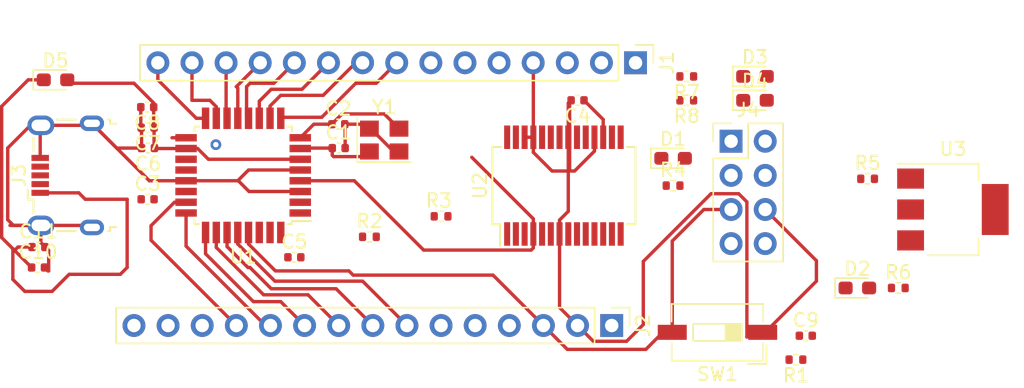
<source format=kicad_pcb>
(kicad_pcb (version 20171130) (host pcbnew 5.1.10-88a1d61d58~90~ubuntu20.04.1)

  (general
    (thickness 1.6)
    (drawings 0)
    (tracks 195)
    (zones 0)
    (modules 33)
    (nets 58)
  )

  (page A4)
  (layers
    (0 F.Cu signal)
    (31 B.Cu signal)
    (32 B.Adhes user)
    (33 F.Adhes user)
    (34 B.Paste user)
    (35 F.Paste user)
    (36 B.SilkS user)
    (37 F.SilkS user)
    (38 B.Mask user)
    (39 F.Mask user)
    (40 Dwgs.User user)
    (41 Cmts.User user)
    (42 Eco1.User user)
    (43 Eco2.User user)
    (44 Edge.Cuts user)
    (45 Margin user)
    (46 B.CrtYd user)
    (47 F.CrtYd user)
    (48 B.Fab user)
    (49 F.Fab user)
  )

  (setup
    (last_trace_width 0.25)
    (trace_clearance 0.2)
    (zone_clearance 0.508)
    (zone_45_only no)
    (trace_min 0.2)
    (via_size 0.8)
    (via_drill 0.4)
    (via_min_size 0.4)
    (via_min_drill 0.3)
    (uvia_size 0.3)
    (uvia_drill 0.1)
    (uvias_allowed no)
    (uvia_min_size 0.2)
    (uvia_min_drill 0.1)
    (edge_width 0.05)
    (segment_width 0.2)
    (pcb_text_width 0.3)
    (pcb_text_size 1.5 1.5)
    (mod_edge_width 0.12)
    (mod_text_size 1 1)
    (mod_text_width 0.15)
    (pad_size 1.524 1.524)
    (pad_drill 0.762)
    (pad_to_mask_clearance 0)
    (aux_axis_origin 0 0)
    (visible_elements FFFFFF7F)
    (pcbplotparams
      (layerselection 0x010fc_ffffffff)
      (usegerberextensions false)
      (usegerberattributes true)
      (usegerberadvancedattributes true)
      (creategerberjobfile true)
      (excludeedgelayer true)
      (linewidth 0.100000)
      (plotframeref false)
      (viasonmask false)
      (mode 1)
      (useauxorigin false)
      (hpglpennumber 1)
      (hpglpenspeed 20)
      (hpglpendiameter 15.000000)
      (psnegative false)
      (psa4output false)
      (plotreference true)
      (plotvalue true)
      (plotinvisibletext false)
      (padsonsilk false)
      (subtractmaskfromsilk false)
      (outputformat 1)
      (mirror false)
      (drillshape 1)
      (scaleselection 1)
      (outputdirectory ""))
  )

  (net 0 "")
  (net 1 GND)
  (net 2 /clock1)
  (net 3 /clock2)
  (net 4 "Net-(C3-Pad1)")
  (net 5 +3V3)
  (net 6 "Net-(C5-Pad2)")
  (net 7 /RESET)
  (net 8 +5V)
  (net 9 VBUS)
  (net 10 "Net-(D1-Pad2)")
  (net 11 "Net-(D2-Pad2)")
  (net 12 "Net-(D3-Pad1)")
  (net 13 "Net-(D4-Pad1)")
  (net 14 /D12_MISO)
  (net 15 /D11_MOSI)
  (net 16 /D10)
  (net 17 /D9)
  (net 18 /D8)
  (net 19 /D7)
  (net 20 /D6)
  (net 21 /D5)
  (net 22 /D4)
  (net 23 /D3)
  (net 24 /D2)
  (net 25 /D0_RX)
  (net 26 /D1_TX)
  (net 27 /D13_SCK)
  (net 28 /AREF)
  (net 29 /A0)
  (net 30 /A1)
  (net 31 /A2)
  (net 32 /A3)
  (net 33 /A4)
  (net 34 /A5)
  (net 35 /A6)
  (net 36 /A7)
  (net 37 VIN)
  (net 38 "Net-(J3-Pad4)")
  (net 39 "Net-(J3-Pad3)")
  (net 40 "Net-(J3-Pad2)")
  (net 41 "Net-(J4-Pad8)")
  (net 42 "Net-(J4-Pad7)")
  (net 43 /TX)
  (net 44 /RX)
  (net 45 "Net-(R7-Pad2)")
  (net 46 "Net-(R8-Pad2)")
  (net 47 "Net-(U2-Pad28)")
  (net 48 "Net-(U2-Pad27)")
  (net 49 "Net-(U2-Pad19)")
  (net 50 "Net-(U2-Pad14)")
  (net 51 "Net-(U2-Pad13)")
  (net 52 "Net-(U2-Pad12)")
  (net 53 "Net-(U2-Pad11)")
  (net 54 "Net-(U2-Pad10)")
  (net 55 "Net-(U2-Pad9)")
  (net 56 "Net-(U2-Pad6)")
  (net 57 "Net-(U2-Pad3)")

  (net_class Default "This is the default net class."
    (clearance 0.2)
    (trace_width 0.25)
    (via_dia 0.8)
    (via_drill 0.4)
    (uvia_dia 0.3)
    (uvia_drill 0.1)
    (add_net +3V3)
    (add_net +5V)
    (add_net /A0)
    (add_net /A1)
    (add_net /A2)
    (add_net /A3)
    (add_net /A4)
    (add_net /A5)
    (add_net /A6)
    (add_net /A7)
    (add_net /AREF)
    (add_net /D0_RX)
    (add_net /D10)
    (add_net /D11_MOSI)
    (add_net /D12_MISO)
    (add_net /D13_SCK)
    (add_net /D1_TX)
    (add_net /D2)
    (add_net /D3)
    (add_net /D4)
    (add_net /D5)
    (add_net /D6)
    (add_net /D7)
    (add_net /D8)
    (add_net /D9)
    (add_net /RESET)
    (add_net /RX)
    (add_net /TX)
    (add_net /clock1)
    (add_net /clock2)
    (add_net GND)
    (add_net "Net-(C3-Pad1)")
    (add_net "Net-(C5-Pad2)")
    (add_net "Net-(D1-Pad2)")
    (add_net "Net-(D2-Pad2)")
    (add_net "Net-(D3-Pad1)")
    (add_net "Net-(D4-Pad1)")
    (add_net "Net-(J3-Pad2)")
    (add_net "Net-(J3-Pad3)")
    (add_net "Net-(J3-Pad4)")
    (add_net "Net-(J4-Pad7)")
    (add_net "Net-(J4-Pad8)")
    (add_net "Net-(R7-Pad2)")
    (add_net "Net-(R8-Pad2)")
    (add_net "Net-(U2-Pad10)")
    (add_net "Net-(U2-Pad11)")
    (add_net "Net-(U2-Pad12)")
    (add_net "Net-(U2-Pad13)")
    (add_net "Net-(U2-Pad14)")
    (add_net "Net-(U2-Pad19)")
    (add_net "Net-(U2-Pad27)")
    (add_net "Net-(U2-Pad28)")
    (add_net "Net-(U2-Pad3)")
    (add_net "Net-(U2-Pad6)")
    (add_net "Net-(U2-Pad9)")
    (add_net VBUS)
    (add_net VIN)
  )

  (module Button_Switch_SMD:SW_DIP_SPSTx01_Slide_6.7x4.1mm_W6.73mm_P2.54mm_LowProfile_JPin (layer F.Cu) (tedit 5A4E1404) (tstamp 6185DE1C)
    (at 98.806 102.362 180)
    (descr "SMD 1x-dip-switch SPST , Slide, row spacing 6.73 mm (264 mils), body size 6.7x4.1mm (see e.g. https://www.ctscorp.com/wp-content/uploads/219.pdf), SMD, LowProfile, JPin")
    (tags "SMD DIP Switch SPST Slide 6.73mm 264mil SMD LowProfile JPin")
    (path /6187725D)
    (attr smd)
    (fp_text reference SW1 (at 0 -3.11) (layer F.SilkS)
      (effects (font (size 1 1) (thickness 0.15)))
    )
    (fp_text value SW_Push (at 0 3.11) (layer F.Fab)
      (effects (font (size 1 1) (thickness 0.15)))
    )
    (fp_line (start 4.7 -2.4) (end -4.7 -2.4) (layer F.CrtYd) (width 0.05))
    (fp_line (start 4.7 2.4) (end 4.7 -2.4) (layer F.CrtYd) (width 0.05))
    (fp_line (start -4.7 2.4) (end 4.7 2.4) (layer F.CrtYd) (width 0.05))
    (fp_line (start -4.7 -2.4) (end -4.7 2.4) (layer F.CrtYd) (width 0.05))
    (fp_line (start -0.603333 -0.635) (end -0.603333 0.635) (layer F.SilkS) (width 0.12))
    (fp_line (start -1.81 0.565) (end -0.603333 0.565) (layer F.SilkS) (width 0.12))
    (fp_line (start -1.81 0.445) (end -0.603333 0.445) (layer F.SilkS) (width 0.12))
    (fp_line (start -1.81 0.325) (end -0.603333 0.325) (layer F.SilkS) (width 0.12))
    (fp_line (start -1.81 0.205) (end -0.603333 0.205) (layer F.SilkS) (width 0.12))
    (fp_line (start -1.81 0.085) (end -0.603333 0.085) (layer F.SilkS) (width 0.12))
    (fp_line (start -1.81 -0.035) (end -0.603333 -0.035) (layer F.SilkS) (width 0.12))
    (fp_line (start -1.81 -0.155) (end -0.603333 -0.155) (layer F.SilkS) (width 0.12))
    (fp_line (start -1.81 -0.275) (end -0.603333 -0.275) (layer F.SilkS) (width 0.12))
    (fp_line (start -1.81 -0.395) (end -0.603333 -0.395) (layer F.SilkS) (width 0.12))
    (fp_line (start -1.81 -0.515) (end -0.603333 -0.515) (layer F.SilkS) (width 0.12))
    (fp_line (start 1.81 -0.635) (end -1.81 -0.635) (layer F.SilkS) (width 0.12))
    (fp_line (start 1.81 0.635) (end 1.81 -0.635) (layer F.SilkS) (width 0.12))
    (fp_line (start -1.81 0.635) (end 1.81 0.635) (layer F.SilkS) (width 0.12))
    (fp_line (start -1.81 -0.635) (end -1.81 0.635) (layer F.SilkS) (width 0.12))
    (fp_line (start -3.65 -2.35) (end -3.65 -0.967) (layer F.SilkS) (width 0.12))
    (fp_line (start -3.65 -2.35) (end -2.267 -2.35) (layer F.SilkS) (width 0.12))
    (fp_line (start 3.41 0.8) (end 3.41 2.11) (layer F.SilkS) (width 0.12))
    (fp_line (start 3.41 -2.11) (end 3.41 -0.8) (layer F.SilkS) (width 0.12))
    (fp_line (start -3.41 0.8) (end -3.41 2.11) (layer F.SilkS) (width 0.12))
    (fp_line (start -3.41 -2.11) (end -3.41 -0.8) (layer F.SilkS) (width 0.12))
    (fp_line (start -3.41 2.11) (end 3.41 2.11) (layer F.SilkS) (width 0.12))
    (fp_line (start -3.41 -2.11) (end 3.41 -2.11) (layer F.SilkS) (width 0.12))
    (fp_line (start -0.603333 -0.635) (end -0.603333 0.635) (layer F.Fab) (width 0.1))
    (fp_line (start -1.81 0.565) (end -0.603333 0.565) (layer F.Fab) (width 0.1))
    (fp_line (start -1.81 0.465) (end -0.603333 0.465) (layer F.Fab) (width 0.1))
    (fp_line (start -1.81 0.365) (end -0.603333 0.365) (layer F.Fab) (width 0.1))
    (fp_line (start -1.81 0.265) (end -0.603333 0.265) (layer F.Fab) (width 0.1))
    (fp_line (start -1.81 0.165) (end -0.603333 0.165) (layer F.Fab) (width 0.1))
    (fp_line (start -1.81 0.065) (end -0.603333 0.065) (layer F.Fab) (width 0.1))
    (fp_line (start -1.81 -0.035) (end -0.603333 -0.035) (layer F.Fab) (width 0.1))
    (fp_line (start -1.81 -0.135) (end -0.603333 -0.135) (layer F.Fab) (width 0.1))
    (fp_line (start -1.81 -0.235) (end -0.603333 -0.235) (layer F.Fab) (width 0.1))
    (fp_line (start -1.81 -0.335) (end -0.603333 -0.335) (layer F.Fab) (width 0.1))
    (fp_line (start -1.81 -0.435) (end -0.603333 -0.435) (layer F.Fab) (width 0.1))
    (fp_line (start -1.81 -0.535) (end -0.603333 -0.535) (layer F.Fab) (width 0.1))
    (fp_line (start 1.81 -0.635) (end -1.81 -0.635) (layer F.Fab) (width 0.1))
    (fp_line (start 1.81 0.635) (end 1.81 -0.635) (layer F.Fab) (width 0.1))
    (fp_line (start -1.81 0.635) (end 1.81 0.635) (layer F.Fab) (width 0.1))
    (fp_line (start -1.81 -0.635) (end -1.81 0.635) (layer F.Fab) (width 0.1))
    (fp_line (start -3.35 -1.05) (end -2.35 -2.05) (layer F.Fab) (width 0.1))
    (fp_line (start -3.35 2.05) (end -3.35 -1.05) (layer F.Fab) (width 0.1))
    (fp_line (start 3.35 2.05) (end -3.35 2.05) (layer F.Fab) (width 0.1))
    (fp_line (start 3.35 -2.05) (end 3.35 2.05) (layer F.Fab) (width 0.1))
    (fp_line (start -2.35 -2.05) (end 3.35 -2.05) (layer F.Fab) (width 0.1))
    (fp_text user on (at 0.8975 -1.3425) (layer F.Fab)
      (effects (font (size 0.6 0.6) (thickness 0.09)))
    )
    (fp_text user %R (at 2.58 0 90) (layer F.Fab)
      (effects (font (size 0.6 0.6) (thickness 0.09)))
    )
    (pad 2 smd rect (at 3.365 0 180) (size 2.16 1.12) (layers F.Cu F.Paste F.Mask)
      (net 7 /RESET))
    (pad 1 smd rect (at -3.365 0 180) (size 2.16 1.12) (layers F.Cu F.Paste F.Mask)
      (net 1 GND))
    (model ${KISYS3DMOD}/Button_Switch_SMD.3dshapes/SW_DIP_SPSTx01_Slide_6.7x4.1mm_W6.73mm_P2.54mm_LowProfile_JPin.wrl
      (at (xyz 0 0 0))
      (scale (xyz 1 1 1))
      (rotate (xyz 0 0 90))
    )
  )

  (module Package_TO_SOT_SMD:SOT-223-3_TabPin2 (layer F.Cu) (tedit 5A02FF57) (tstamp 6185FF67)
    (at 116.332 93.218)
    (descr "module CMS SOT223 4 pins")
    (tags "CMS SOT")
    (path /61ADD101)
    (attr smd)
    (fp_text reference U3 (at 0 -4.5) (layer F.SilkS)
      (effects (font (size 1 1) (thickness 0.15)))
    )
    (fp_text value AMS1117-5.0 (at 0 4.5) (layer F.Fab)
      (effects (font (size 1 1) (thickness 0.15)))
    )
    (fp_line (start 1.85 -3.35) (end 1.85 3.35) (layer F.Fab) (width 0.1))
    (fp_line (start -1.85 3.35) (end 1.85 3.35) (layer F.Fab) (width 0.1))
    (fp_line (start -4.1 -3.41) (end 1.91 -3.41) (layer F.SilkS) (width 0.12))
    (fp_line (start -0.85 -3.35) (end 1.85 -3.35) (layer F.Fab) (width 0.1))
    (fp_line (start -1.85 3.41) (end 1.91 3.41) (layer F.SilkS) (width 0.12))
    (fp_line (start -1.85 -2.35) (end -1.85 3.35) (layer F.Fab) (width 0.1))
    (fp_line (start -1.85 -2.35) (end -0.85 -3.35) (layer F.Fab) (width 0.1))
    (fp_line (start -4.4 -3.6) (end -4.4 3.6) (layer F.CrtYd) (width 0.05))
    (fp_line (start -4.4 3.6) (end 4.4 3.6) (layer F.CrtYd) (width 0.05))
    (fp_line (start 4.4 3.6) (end 4.4 -3.6) (layer F.CrtYd) (width 0.05))
    (fp_line (start 4.4 -3.6) (end -4.4 -3.6) (layer F.CrtYd) (width 0.05))
    (fp_line (start 1.91 -3.41) (end 1.91 -2.15) (layer F.SilkS) (width 0.12))
    (fp_line (start 1.91 3.41) (end 1.91 2.15) (layer F.SilkS) (width 0.12))
    (fp_text user %R (at 0 0 90) (layer F.Fab)
      (effects (font (size 0.8 0.8) (thickness 0.12)))
    )
    (pad 1 smd rect (at -3.15 -2.3) (size 2 1.5) (layers F.Cu F.Paste F.Mask)
      (net 1 GND))
    (pad 3 smd rect (at -3.15 2.3) (size 2 1.5) (layers F.Cu F.Paste F.Mask)
      (net 37 VIN))
    (pad 2 smd rect (at -3.15 0) (size 2 1.5) (layers F.Cu F.Paste F.Mask)
      (net 8 +5V))
    (pad 2 smd rect (at 3.15 0) (size 2 3.8) (layers F.Cu F.Paste F.Mask)
      (net 8 +5V))
    (model ${KISYS3DMOD}/Package_TO_SOT_SMD.3dshapes/SOT-223.wrl
      (at (xyz 0 0 0))
      (scale (xyz 1 1 1))
      (rotate (xyz 0 0 0))
    )
  )

  (module Connector_PinHeader_2.54mm:PinHeader_2x04_P2.54mm_Vertical (layer F.Cu) (tedit 59FED5CC) (tstamp 6185DD7A)
    (at 99.822 88.138)
    (descr "Through hole straight pin header, 2x04, 2.54mm pitch, double rows")
    (tags "Through hole pin header THT 2x04 2.54mm double row")
    (path /61A41626)
    (fp_text reference J4 (at 1.27 -2.33) (layer F.SilkS)
      (effects (font (size 1 1) (thickness 0.15)))
    )
    (fp_text value Conn_02x04_Odd_Even (at 1.27 9.95) (layer F.Fab)
      (effects (font (size 1 1) (thickness 0.15)))
    )
    (fp_line (start 4.35 -1.8) (end -1.8 -1.8) (layer F.CrtYd) (width 0.05))
    (fp_line (start 4.35 9.4) (end 4.35 -1.8) (layer F.CrtYd) (width 0.05))
    (fp_line (start -1.8 9.4) (end 4.35 9.4) (layer F.CrtYd) (width 0.05))
    (fp_line (start -1.8 -1.8) (end -1.8 9.4) (layer F.CrtYd) (width 0.05))
    (fp_line (start -1.33 -1.33) (end 0 -1.33) (layer F.SilkS) (width 0.12))
    (fp_line (start -1.33 0) (end -1.33 -1.33) (layer F.SilkS) (width 0.12))
    (fp_line (start 1.27 -1.33) (end 3.87 -1.33) (layer F.SilkS) (width 0.12))
    (fp_line (start 1.27 1.27) (end 1.27 -1.33) (layer F.SilkS) (width 0.12))
    (fp_line (start -1.33 1.27) (end 1.27 1.27) (layer F.SilkS) (width 0.12))
    (fp_line (start 3.87 -1.33) (end 3.87 8.95) (layer F.SilkS) (width 0.12))
    (fp_line (start -1.33 1.27) (end -1.33 8.95) (layer F.SilkS) (width 0.12))
    (fp_line (start -1.33 8.95) (end 3.87 8.95) (layer F.SilkS) (width 0.12))
    (fp_line (start -1.27 0) (end 0 -1.27) (layer F.Fab) (width 0.1))
    (fp_line (start -1.27 8.89) (end -1.27 0) (layer F.Fab) (width 0.1))
    (fp_line (start 3.81 8.89) (end -1.27 8.89) (layer F.Fab) (width 0.1))
    (fp_line (start 3.81 -1.27) (end 3.81 8.89) (layer F.Fab) (width 0.1))
    (fp_line (start 0 -1.27) (end 3.81 -1.27) (layer F.Fab) (width 0.1))
    (fp_text user %R (at 1.27 3.81 90) (layer F.Fab)
      (effects (font (size 1 1) (thickness 0.15)))
    )
    (pad 8 thru_hole oval (at 2.54 7.62) (size 1.7 1.7) (drill 1) (layers *.Cu *.Mask)
      (net 41 "Net-(J4-Pad8)"))
    (pad 7 thru_hole oval (at 0 7.62) (size 1.7 1.7) (drill 1) (layers *.Cu *.Mask)
      (net 42 "Net-(J4-Pad7)"))
    (pad 6 thru_hole oval (at 2.54 5.08) (size 1.7 1.7) (drill 1) (layers *.Cu *.Mask)
      (net 1 GND))
    (pad 5 thru_hole oval (at 0 5.08) (size 1.7 1.7) (drill 1) (layers *.Cu *.Mask)
      (net 7 /RESET))
    (pad 4 thru_hole oval (at 2.54 2.54) (size 1.7 1.7) (drill 1) (layers *.Cu *.Mask)
      (net 15 /D11_MOSI))
    (pad 3 thru_hole oval (at 0 2.54) (size 1.7 1.7) (drill 1) (layers *.Cu *.Mask)
      (net 27 /D13_SCK))
    (pad 2 thru_hole oval (at 2.54 0) (size 1.7 1.7) (drill 1) (layers *.Cu *.Mask)
      (net 8 +5V))
    (pad 1 thru_hole rect (at 0 0) (size 1.7 1.7) (drill 1) (layers *.Cu *.Mask)
      (net 14 /D12_MISO))
    (model ${KISYS3DMOD}/Connector_PinHeader_2.54mm.3dshapes/PinHeader_2x04_P2.54mm_Vertical.wrl
      (at (xyz 0 0 0))
      (scale (xyz 1 1 1))
      (rotate (xyz 0 0 0))
    )
  )

  (module Crystal:Crystal_SMD_3225-4Pin_3.2x2.5mm (layer F.Cu) (tedit 5A0FD1B2) (tstamp 6185DEBC)
    (at 73.998 88.05)
    (descr "SMD Crystal SERIES SMD3225/4 http://www.txccrystal.com/images/pdf/7m-accuracy.pdf, 3.2x2.5mm^2 package")
    (tags "SMD SMT crystal")
    (path /6188CADB)
    (attr smd)
    (fp_text reference Y1 (at 0 -2.45) (layer F.SilkS)
      (effects (font (size 1 1) (thickness 0.15)))
    )
    (fp_text value Crystal_GND24 (at 0 2.45) (layer F.Fab)
      (effects (font (size 1 1) (thickness 0.15)))
    )
    (fp_line (start 2.1 -1.7) (end -2.1 -1.7) (layer F.CrtYd) (width 0.05))
    (fp_line (start 2.1 1.7) (end 2.1 -1.7) (layer F.CrtYd) (width 0.05))
    (fp_line (start -2.1 1.7) (end 2.1 1.7) (layer F.CrtYd) (width 0.05))
    (fp_line (start -2.1 -1.7) (end -2.1 1.7) (layer F.CrtYd) (width 0.05))
    (fp_line (start -2 1.65) (end 2 1.65) (layer F.SilkS) (width 0.12))
    (fp_line (start -2 -1.65) (end -2 1.65) (layer F.SilkS) (width 0.12))
    (fp_line (start -1.6 0.25) (end -0.6 1.25) (layer F.Fab) (width 0.1))
    (fp_line (start 1.6 -1.25) (end -1.6 -1.25) (layer F.Fab) (width 0.1))
    (fp_line (start 1.6 1.25) (end 1.6 -1.25) (layer F.Fab) (width 0.1))
    (fp_line (start -1.6 1.25) (end 1.6 1.25) (layer F.Fab) (width 0.1))
    (fp_line (start -1.6 -1.25) (end -1.6 1.25) (layer F.Fab) (width 0.1))
    (fp_text user %R (at 0 0) (layer F.Fab)
      (effects (font (size 0.7 0.7) (thickness 0.105)))
    )
    (pad 4 smd rect (at -1.1 -0.85) (size 1.4 1.2) (layers F.Cu F.Paste F.Mask)
      (net 1 GND))
    (pad 3 smd rect (at 1.1 -0.85) (size 1.4 1.2) (layers F.Cu F.Paste F.Mask)
      (net 3 /clock2))
    (pad 2 smd rect (at 1.1 0.85) (size 1.4 1.2) (layers F.Cu F.Paste F.Mask)
      (net 1 GND))
    (pad 1 smd rect (at -1.1 0.85) (size 1.4 1.2) (layers F.Cu F.Paste F.Mask)
      (net 2 /clock1))
    (model ${KISYS3DMOD}/Crystal.3dshapes/Crystal_SMD_3225-4Pin_3.2x2.5mm.wrl
      (at (xyz 0 0 0))
      (scale (xyz 1 1 1))
      (rotate (xyz 0 0 0))
    )
  )

  (module Package_SO:SSOP-28_5.3x10.2mm_P0.65mm (layer F.Cu) (tedit 5A02F25C) (tstamp 6185DE84)
    (at 87.376 91.44 90)
    (descr "28-Lead Plastic Shrink Small Outline (SS)-5.30 mm Body [SSOP] (see Microchip Packaging Specification 00000049BS.pdf)")
    (tags "SSOP 0.65")
    (path /618C5F49)
    (attr smd)
    (fp_text reference U2 (at 0 -6.25 90) (layer F.SilkS)
      (effects (font (size 1 1) (thickness 0.15)))
    )
    (fp_text value FT232RL (at 0 6.25 90) (layer F.Fab)
      (effects (font (size 1 1) (thickness 0.15)))
    )
    (fp_line (start -2.875 -4.75) (end -4.475 -4.75) (layer F.SilkS) (width 0.15))
    (fp_line (start -2.875 5.325) (end 2.875 5.325) (layer F.SilkS) (width 0.15))
    (fp_line (start -2.875 -5.325) (end 2.875 -5.325) (layer F.SilkS) (width 0.15))
    (fp_line (start -2.875 5.325) (end -2.875 4.675) (layer F.SilkS) (width 0.15))
    (fp_line (start 2.875 5.325) (end 2.875 4.675) (layer F.SilkS) (width 0.15))
    (fp_line (start 2.875 -5.325) (end 2.875 -4.675) (layer F.SilkS) (width 0.15))
    (fp_line (start -2.875 -5.325) (end -2.875 -4.75) (layer F.SilkS) (width 0.15))
    (fp_line (start -4.75 5.5) (end 4.75 5.5) (layer F.CrtYd) (width 0.05))
    (fp_line (start -4.75 -5.5) (end 4.75 -5.5) (layer F.CrtYd) (width 0.05))
    (fp_line (start 4.75 -5.5) (end 4.75 5.5) (layer F.CrtYd) (width 0.05))
    (fp_line (start -4.75 -5.5) (end -4.75 5.5) (layer F.CrtYd) (width 0.05))
    (fp_line (start -2.65 -4.1) (end -1.65 -5.1) (layer F.Fab) (width 0.15))
    (fp_line (start -2.65 5.1) (end -2.65 -4.1) (layer F.Fab) (width 0.15))
    (fp_line (start 2.65 5.1) (end -2.65 5.1) (layer F.Fab) (width 0.15))
    (fp_line (start 2.65 -5.1) (end 2.65 5.1) (layer F.Fab) (width 0.15))
    (fp_line (start -1.65 -5.1) (end 2.65 -5.1) (layer F.Fab) (width 0.15))
    (fp_text user %R (at 0 0 90) (layer F.Fab)
      (effects (font (size 0.8 0.8) (thickness 0.15)))
    )
    (pad 28 smd rect (at 3.6 -4.225 90) (size 1.75 0.45) (layers F.Cu F.Paste F.Mask)
      (net 47 "Net-(U2-Pad28)"))
    (pad 27 smd rect (at 3.6 -3.575 90) (size 1.75 0.45) (layers F.Cu F.Paste F.Mask)
      (net 48 "Net-(U2-Pad27)"))
    (pad 26 smd rect (at 3.6 -2.925 90) (size 1.75 0.45) (layers F.Cu F.Paste F.Mask)
      (net 1 GND))
    (pad 25 smd rect (at 3.6 -2.275 90) (size 1.75 0.45) (layers F.Cu F.Paste F.Mask)
      (net 1 GND))
    (pad 24 smd rect (at 3.6 -1.625 90) (size 1.75 0.45) (layers F.Cu F.Paste F.Mask))
    (pad 23 smd rect (at 3.6 -0.975 90) (size 1.75 0.45) (layers F.Cu F.Paste F.Mask)
      (net 45 "Net-(R7-Pad2)"))
    (pad 22 smd rect (at 3.6 -0.325 90) (size 1.75 0.45) (layers F.Cu F.Paste F.Mask)
      (net 46 "Net-(R8-Pad2)"))
    (pad 21 smd rect (at 3.6 0.325 90) (size 1.75 0.45) (layers F.Cu F.Paste F.Mask)
      (net 1 GND))
    (pad 20 smd rect (at 3.6 0.975 90) (size 1.75 0.45) (layers F.Cu F.Paste F.Mask)
      (net 8 +5V))
    (pad 19 smd rect (at 3.6 1.625 90) (size 1.75 0.45) (layers F.Cu F.Paste F.Mask)
      (net 49 "Net-(U2-Pad19)"))
    (pad 18 smd rect (at 3.6 2.275 90) (size 1.75 0.45) (layers F.Cu F.Paste F.Mask)
      (net 1 GND))
    (pad 17 smd rect (at 3.6 2.925 90) (size 1.75 0.45) (layers F.Cu F.Paste F.Mask)
      (net 5 +3V3))
    (pad 16 smd rect (at 3.6 3.575 90) (size 1.75 0.45) (layers F.Cu F.Paste F.Mask)
      (net 40 "Net-(J3-Pad2)"))
    (pad 15 smd rect (at 3.6 4.225 90) (size 1.75 0.45) (layers F.Cu F.Paste F.Mask)
      (net 39 "Net-(J3-Pad3)"))
    (pad 14 smd rect (at -3.6 4.225 90) (size 1.75 0.45) (layers F.Cu F.Paste F.Mask)
      (net 50 "Net-(U2-Pad14)"))
    (pad 13 smd rect (at -3.6 3.575 90) (size 1.75 0.45) (layers F.Cu F.Paste F.Mask)
      (net 51 "Net-(U2-Pad13)"))
    (pad 12 smd rect (at -3.6 2.925 90) (size 1.75 0.45) (layers F.Cu F.Paste F.Mask)
      (net 52 "Net-(U2-Pad12)"))
    (pad 11 smd rect (at -3.6 2.275 90) (size 1.75 0.45) (layers F.Cu F.Paste F.Mask)
      (net 53 "Net-(U2-Pad11)"))
    (pad 10 smd rect (at -3.6 1.625 90) (size 1.75 0.45) (layers F.Cu F.Paste F.Mask)
      (net 54 "Net-(U2-Pad10)"))
    (pad 9 smd rect (at -3.6 0.975 90) (size 1.75 0.45) (layers F.Cu F.Paste F.Mask)
      (net 55 "Net-(U2-Pad9)"))
    (pad 8 smd rect (at -3.6 0.325 90) (size 1.75 0.45) (layers F.Cu F.Paste F.Mask))
    (pad 7 smd rect (at -3.6 -0.325 90) (size 1.75 0.45) (layers F.Cu F.Paste F.Mask)
      (net 1 GND))
    (pad 6 smd rect (at -3.6 -0.975 90) (size 1.75 0.45) (layers F.Cu F.Paste F.Mask)
      (net 56 "Net-(U2-Pad6)"))
    (pad 5 smd rect (at -3.6 -1.625 90) (size 1.75 0.45) (layers F.Cu F.Paste F.Mask)
      (net 43 /TX))
    (pad 4 smd rect (at -3.6 -2.275 90) (size 1.75 0.45) (layers F.Cu F.Paste F.Mask)
      (net 8 +5V))
    (pad 3 smd rect (at -3.6 -2.925 90) (size 1.75 0.45) (layers F.Cu F.Paste F.Mask)
      (net 57 "Net-(U2-Pad3)"))
    (pad 2 smd rect (at -3.6 -3.575 90) (size 1.75 0.45) (layers F.Cu F.Paste F.Mask)
      (net 6 "Net-(C5-Pad2)"))
    (pad 1 smd rect (at -3.6 -4.225 90) (size 1.75 0.45) (layers F.Cu F.Paste F.Mask)
      (net 44 /RX))
    (model ${KISYS3DMOD}/Package_SO.3dshapes/SSOP-28_5.3x10.2mm_P0.65mm.wrl
      (at (xyz 0 0 0))
      (scale (xyz 1 1 1))
      (rotate (xyz 0 0 0))
    )
  )

  (module Package_QFP:TQFP-32_7x7mm_P0.8mm (layer F.Cu) (tedit 5A02F146) (tstamp 6185DE53)
    (at 63.5 90.678 180)
    (descr "32-Lead Plastic Thin Quad Flatpack (PT) - 7x7x1.0 mm Body, 2.00 mm [TQFP] (see Microchip Packaging Specification 00000049BS.pdf)")
    (tags "QFP 0.8")
    (path /61816971)
    (attr smd)
    (fp_text reference U1 (at 0 -6.05) (layer F.SilkS)
      (effects (font (size 1 1) (thickness 0.15)))
    )
    (fp_text value ATmega328P-AU (at 0 6.05) (layer F.Fab)
      (effects (font (size 1 1) (thickness 0.15)))
    )
    (fp_line (start -3.625 -3.4) (end -5.05 -3.4) (layer F.SilkS) (width 0.15))
    (fp_line (start 3.625 -3.625) (end 3.3 -3.625) (layer F.SilkS) (width 0.15))
    (fp_line (start 3.625 3.625) (end 3.3 3.625) (layer F.SilkS) (width 0.15))
    (fp_line (start -3.625 3.625) (end -3.3 3.625) (layer F.SilkS) (width 0.15))
    (fp_line (start -3.625 -3.625) (end -3.3 -3.625) (layer F.SilkS) (width 0.15))
    (fp_line (start -3.625 3.625) (end -3.625 3.3) (layer F.SilkS) (width 0.15))
    (fp_line (start 3.625 3.625) (end 3.625 3.3) (layer F.SilkS) (width 0.15))
    (fp_line (start 3.625 -3.625) (end 3.625 -3.3) (layer F.SilkS) (width 0.15))
    (fp_line (start -3.625 -3.625) (end -3.625 -3.4) (layer F.SilkS) (width 0.15))
    (fp_line (start -5.3 5.3) (end 5.3 5.3) (layer F.CrtYd) (width 0.05))
    (fp_line (start -5.3 -5.3) (end 5.3 -5.3) (layer F.CrtYd) (width 0.05))
    (fp_line (start 5.3 -5.3) (end 5.3 5.3) (layer F.CrtYd) (width 0.05))
    (fp_line (start -5.3 -5.3) (end -5.3 5.3) (layer F.CrtYd) (width 0.05))
    (fp_line (start -3.5 -2.5) (end -2.5 -3.5) (layer F.Fab) (width 0.15))
    (fp_line (start -3.5 3.5) (end -3.5 -2.5) (layer F.Fab) (width 0.15))
    (fp_line (start 3.5 3.5) (end -3.5 3.5) (layer F.Fab) (width 0.15))
    (fp_line (start 3.5 -3.5) (end 3.5 3.5) (layer F.Fab) (width 0.15))
    (fp_line (start -2.5 -3.5) (end 3.5 -3.5) (layer F.Fab) (width 0.15))
    (fp_text user %R (at 0 0) (layer F.Fab)
      (effects (font (size 1 1) (thickness 0.15)))
    )
    (pad 32 smd rect (at -2.8 -4.25 270) (size 1.6 0.55) (layers F.Cu F.Paste F.Mask)
      (net 24 /D2))
    (pad 31 smd rect (at -2 -4.25 270) (size 1.6 0.55) (layers F.Cu F.Paste F.Mask)
      (net 26 /D1_TX))
    (pad 30 smd rect (at -1.2 -4.25 270) (size 1.6 0.55) (layers F.Cu F.Paste F.Mask)
      (net 25 /D0_RX))
    (pad 29 smd rect (at -0.4 -4.25 270) (size 1.6 0.55) (layers F.Cu F.Paste F.Mask)
      (net 7 /RESET))
    (pad 28 smd rect (at 0.4 -4.25 270) (size 1.6 0.55) (layers F.Cu F.Paste F.Mask)
      (net 34 /A5))
    (pad 27 smd rect (at 1.2 -4.25 270) (size 1.6 0.55) (layers F.Cu F.Paste F.Mask)
      (net 33 /A4))
    (pad 26 smd rect (at 2 -4.25 270) (size 1.6 0.55) (layers F.Cu F.Paste F.Mask)
      (net 32 /A3))
    (pad 25 smd rect (at 2.8 -4.25 270) (size 1.6 0.55) (layers F.Cu F.Paste F.Mask)
      (net 31 /A2))
    (pad 24 smd rect (at 4.25 -2.8 180) (size 1.6 0.55) (layers F.Cu F.Paste F.Mask)
      (net 30 /A1))
    (pad 23 smd rect (at 4.25 -2 180) (size 1.6 0.55) (layers F.Cu F.Paste F.Mask)
      (net 29 /A0))
    (pad 22 smd rect (at 4.25 -1.2 180) (size 1.6 0.55) (layers F.Cu F.Paste F.Mask)
      (net 35 /A6))
    (pad 21 smd rect (at 4.25 -0.4 180) (size 1.6 0.55) (layers F.Cu F.Paste F.Mask)
      (net 1 GND))
    (pad 20 smd rect (at 4.25 0.4 180) (size 1.6 0.55) (layers F.Cu F.Paste F.Mask)
      (net 4 "Net-(C3-Pad1)"))
    (pad 19 smd rect (at 4.25 1.2 180) (size 1.6 0.55) (layers F.Cu F.Paste F.Mask)
      (net 36 /A7))
    (pad 18 smd rect (at 4.25 2 180) (size 1.6 0.55) (layers F.Cu F.Paste F.Mask)
      (net 8 +5V))
    (pad 17 smd rect (at 4.25 2.8 180) (size 1.6 0.55) (layers F.Cu F.Paste F.Mask)
      (net 27 /D13_SCK))
    (pad 16 smd rect (at 2.8 4.25 270) (size 1.6 0.55) (layers F.Cu F.Paste F.Mask)
      (net 14 /D12_MISO))
    (pad 15 smd rect (at 2 4.25 270) (size 1.6 0.55) (layers F.Cu F.Paste F.Mask)
      (net 15 /D11_MOSI))
    (pad 14 smd rect (at 1.2 4.25 270) (size 1.6 0.55) (layers F.Cu F.Paste F.Mask)
      (net 16 /D10))
    (pad 13 smd rect (at 0.4 4.25 270) (size 1.6 0.55) (layers F.Cu F.Paste F.Mask)
      (net 17 /D9))
    (pad 12 smd rect (at -0.4 4.25 270) (size 1.6 0.55) (layers F.Cu F.Paste F.Mask)
      (net 18 /D8))
    (pad 11 smd rect (at -1.2 4.25 270) (size 1.6 0.55) (layers F.Cu F.Paste F.Mask)
      (net 19 /D7))
    (pad 10 smd rect (at -2 4.25 270) (size 1.6 0.55) (layers F.Cu F.Paste F.Mask)
      (net 20 /D6))
    (pad 9 smd rect (at -2.8 4.25 270) (size 1.6 0.55) (layers F.Cu F.Paste F.Mask)
      (net 21 /D5))
    (pad 8 smd rect (at -4.25 2.8 180) (size 1.6 0.55) (layers F.Cu F.Paste F.Mask)
      (net 3 /clock2))
    (pad 7 smd rect (at -4.25 2 180) (size 1.6 0.55) (layers F.Cu F.Paste F.Mask)
      (net 2 /clock1))
    (pad 6 smd rect (at -4.25 1.2 180) (size 1.6 0.55) (layers F.Cu F.Paste F.Mask)
      (net 8 +5V))
    (pad 5 smd rect (at -4.25 0.4 180) (size 1.6 0.55) (layers F.Cu F.Paste F.Mask)
      (net 1 GND))
    (pad 4 smd rect (at -4.25 -0.4 180) (size 1.6 0.55) (layers F.Cu F.Paste F.Mask)
      (net 8 +5V))
    (pad 3 smd rect (at -4.25 -1.2 180) (size 1.6 0.55) (layers F.Cu F.Paste F.Mask)
      (net 1 GND))
    (pad 2 smd rect (at -4.25 -2 180) (size 1.6 0.55) (layers F.Cu F.Paste F.Mask)
      (net 22 /D4))
    (pad 1 smd rect (at -4.25 -2.8 180) (size 1.6 0.55) (layers F.Cu F.Paste F.Mask)
      (net 23 /D3))
    (model ${KISYS3DMOD}/Package_QFP.3dshapes/TQFP-32_7x7mm_P0.8mm.wrl
      (at (xyz 0 0 0))
      (scale (xyz 1 1 1))
      (rotate (xyz 0 0 0))
    )
  )

  (module Resistor_SMD:R_0402_1005Metric (layer F.Cu) (tedit 5F68FEEE) (tstamp 6185DE02)
    (at 96.52 85.09 180)
    (descr "Resistor SMD 0402 (1005 Metric), square (rectangular) end terminal, IPC_7351 nominal, (Body size source: IPC-SM-782 page 72, https://www.pcb-3d.com/wordpress/wp-content/uploads/ipc-sm-782a_amendment_1_and_2.pdf), generated with kicad-footprint-generator")
    (tags resistor)
    (path /61A39F2D)
    (attr smd)
    (fp_text reference R8 (at 0 -1.17) (layer F.SilkS)
      (effects (font (size 1 1) (thickness 0.15)))
    )
    (fp_text value 1k (at 0 1.17) (layer F.Fab)
      (effects (font (size 1 1) (thickness 0.15)))
    )
    (fp_line (start 0.93 0.47) (end -0.93 0.47) (layer F.CrtYd) (width 0.05))
    (fp_line (start 0.93 -0.47) (end 0.93 0.47) (layer F.CrtYd) (width 0.05))
    (fp_line (start -0.93 -0.47) (end 0.93 -0.47) (layer F.CrtYd) (width 0.05))
    (fp_line (start -0.93 0.47) (end -0.93 -0.47) (layer F.CrtYd) (width 0.05))
    (fp_line (start -0.153641 0.38) (end 0.153641 0.38) (layer F.SilkS) (width 0.12))
    (fp_line (start -0.153641 -0.38) (end 0.153641 -0.38) (layer F.SilkS) (width 0.12))
    (fp_line (start 0.525 0.27) (end -0.525 0.27) (layer F.Fab) (width 0.1))
    (fp_line (start 0.525 -0.27) (end 0.525 0.27) (layer F.Fab) (width 0.1))
    (fp_line (start -0.525 -0.27) (end 0.525 -0.27) (layer F.Fab) (width 0.1))
    (fp_line (start -0.525 0.27) (end -0.525 -0.27) (layer F.Fab) (width 0.1))
    (fp_text user %R (at 0 0) (layer F.Fab)
      (effects (font (size 0.26 0.26) (thickness 0.04)))
    )
    (pad 2 smd roundrect (at 0.51 0 180) (size 0.54 0.64) (layers F.Cu F.Paste F.Mask) (roundrect_rratio 0.25)
      (net 46 "Net-(R8-Pad2)"))
    (pad 1 smd roundrect (at -0.51 0 180) (size 0.54 0.64) (layers F.Cu F.Paste F.Mask) (roundrect_rratio 0.25)
      (net 13 "Net-(D4-Pad1)"))
    (model ${KISYS3DMOD}/Resistor_SMD.3dshapes/R_0402_1005Metric.wrl
      (at (xyz 0 0 0))
      (scale (xyz 1 1 1))
      (rotate (xyz 0 0 0))
    )
  )

  (module Resistor_SMD:R_0402_1005Metric (layer F.Cu) (tedit 5F68FEEE) (tstamp 6185DDF1)
    (at 96.52 83.312 180)
    (descr "Resistor SMD 0402 (1005 Metric), square (rectangular) end terminal, IPC_7351 nominal, (Body size source: IPC-SM-782 page 72, https://www.pcb-3d.com/wordpress/wp-content/uploads/ipc-sm-782a_amendment_1_and_2.pdf), generated with kicad-footprint-generator")
    (tags resistor)
    (path /61A394A4)
    (attr smd)
    (fp_text reference R7 (at 0 -1.17) (layer F.SilkS)
      (effects (font (size 1 1) (thickness 0.15)))
    )
    (fp_text value 1k (at 0 1.17) (layer F.Fab)
      (effects (font (size 1 1) (thickness 0.15)))
    )
    (fp_line (start 0.93 0.47) (end -0.93 0.47) (layer F.CrtYd) (width 0.05))
    (fp_line (start 0.93 -0.47) (end 0.93 0.47) (layer F.CrtYd) (width 0.05))
    (fp_line (start -0.93 -0.47) (end 0.93 -0.47) (layer F.CrtYd) (width 0.05))
    (fp_line (start -0.93 0.47) (end -0.93 -0.47) (layer F.CrtYd) (width 0.05))
    (fp_line (start -0.153641 0.38) (end 0.153641 0.38) (layer F.SilkS) (width 0.12))
    (fp_line (start -0.153641 -0.38) (end 0.153641 -0.38) (layer F.SilkS) (width 0.12))
    (fp_line (start 0.525 0.27) (end -0.525 0.27) (layer F.Fab) (width 0.1))
    (fp_line (start 0.525 -0.27) (end 0.525 0.27) (layer F.Fab) (width 0.1))
    (fp_line (start -0.525 -0.27) (end 0.525 -0.27) (layer F.Fab) (width 0.1))
    (fp_line (start -0.525 0.27) (end -0.525 -0.27) (layer F.Fab) (width 0.1))
    (fp_text user %R (at 0 0) (layer F.Fab)
      (effects (font (size 0.26 0.26) (thickness 0.04)))
    )
    (pad 2 smd roundrect (at 0.51 0 180) (size 0.54 0.64) (layers F.Cu F.Paste F.Mask) (roundrect_rratio 0.25)
      (net 45 "Net-(R7-Pad2)"))
    (pad 1 smd roundrect (at -0.51 0 180) (size 0.54 0.64) (layers F.Cu F.Paste F.Mask) (roundrect_rratio 0.25)
      (net 12 "Net-(D3-Pad1)"))
    (model ${KISYS3DMOD}/Resistor_SMD.3dshapes/R_0402_1005Metric.wrl
      (at (xyz 0 0 0))
      (scale (xyz 1 1 1))
      (rotate (xyz 0 0 0))
    )
  )

  (module Resistor_SMD:R_0402_1005Metric (layer F.Cu) (tedit 5F68FEEE) (tstamp 6185DDE0)
    (at 112.268 99.06)
    (descr "Resistor SMD 0402 (1005 Metric), square (rectangular) end terminal, IPC_7351 nominal, (Body size source: IPC-SM-782 page 72, https://www.pcb-3d.com/wordpress/wp-content/uploads/ipc-sm-782a_amendment_1_and_2.pdf), generated with kicad-footprint-generator")
    (tags resistor)
    (path /61B7849D)
    (attr smd)
    (fp_text reference R6 (at 0 -1.17) (layer F.SilkS)
      (effects (font (size 1 1) (thickness 0.15)))
    )
    (fp_text value 1k (at 0 1.17) (layer F.Fab)
      (effects (font (size 1 1) (thickness 0.15)))
    )
    (fp_line (start 0.93 0.47) (end -0.93 0.47) (layer F.CrtYd) (width 0.05))
    (fp_line (start 0.93 -0.47) (end 0.93 0.47) (layer F.CrtYd) (width 0.05))
    (fp_line (start -0.93 -0.47) (end 0.93 -0.47) (layer F.CrtYd) (width 0.05))
    (fp_line (start -0.93 0.47) (end -0.93 -0.47) (layer F.CrtYd) (width 0.05))
    (fp_line (start -0.153641 0.38) (end 0.153641 0.38) (layer F.SilkS) (width 0.12))
    (fp_line (start -0.153641 -0.38) (end 0.153641 -0.38) (layer F.SilkS) (width 0.12))
    (fp_line (start 0.525 0.27) (end -0.525 0.27) (layer F.Fab) (width 0.1))
    (fp_line (start 0.525 -0.27) (end 0.525 0.27) (layer F.Fab) (width 0.1))
    (fp_line (start -0.525 -0.27) (end 0.525 -0.27) (layer F.Fab) (width 0.1))
    (fp_line (start -0.525 0.27) (end -0.525 -0.27) (layer F.Fab) (width 0.1))
    (fp_text user %R (at 0 0) (layer F.Fab)
      (effects (font (size 0.26 0.26) (thickness 0.04)))
    )
    (pad 2 smd roundrect (at 0.51 0) (size 0.54 0.64) (layers F.Cu F.Paste F.Mask) (roundrect_rratio 0.25)
      (net 8 +5V))
    (pad 1 smd roundrect (at -0.51 0) (size 0.54 0.64) (layers F.Cu F.Paste F.Mask) (roundrect_rratio 0.25)
      (net 11 "Net-(D2-Pad2)"))
    (model ${KISYS3DMOD}/Resistor_SMD.3dshapes/R_0402_1005Metric.wrl
      (at (xyz 0 0 0))
      (scale (xyz 1 1 1))
      (rotate (xyz 0 0 0))
    )
  )

  (module Resistor_SMD:R_0402_1005Metric (layer F.Cu) (tedit 5F68FEEE) (tstamp 6185DDCF)
    (at 109.982 90.932)
    (descr "Resistor SMD 0402 (1005 Metric), square (rectangular) end terminal, IPC_7351 nominal, (Body size source: IPC-SM-782 page 72, https://www.pcb-3d.com/wordpress/wp-content/uploads/ipc-sm-782a_amendment_1_and_2.pdf), generated with kicad-footprint-generator")
    (tags resistor)
    (path /6195EC4C)
    (attr smd)
    (fp_text reference R5 (at 0 -1.17) (layer F.SilkS)
      (effects (font (size 1 1) (thickness 0.15)))
    )
    (fp_text value 1k (at 0 1.17) (layer F.Fab)
      (effects (font (size 1 1) (thickness 0.15)))
    )
    (fp_line (start 0.93 0.47) (end -0.93 0.47) (layer F.CrtYd) (width 0.05))
    (fp_line (start 0.93 -0.47) (end 0.93 0.47) (layer F.CrtYd) (width 0.05))
    (fp_line (start -0.93 -0.47) (end 0.93 -0.47) (layer F.CrtYd) (width 0.05))
    (fp_line (start -0.93 0.47) (end -0.93 -0.47) (layer F.CrtYd) (width 0.05))
    (fp_line (start -0.153641 0.38) (end 0.153641 0.38) (layer F.SilkS) (width 0.12))
    (fp_line (start -0.153641 -0.38) (end 0.153641 -0.38) (layer F.SilkS) (width 0.12))
    (fp_line (start 0.525 0.27) (end -0.525 0.27) (layer F.Fab) (width 0.1))
    (fp_line (start 0.525 -0.27) (end 0.525 0.27) (layer F.Fab) (width 0.1))
    (fp_line (start -0.525 -0.27) (end 0.525 -0.27) (layer F.Fab) (width 0.1))
    (fp_line (start -0.525 0.27) (end -0.525 -0.27) (layer F.Fab) (width 0.1))
    (fp_text user %R (at 0 0) (layer F.Fab)
      (effects (font (size 0.26 0.26) (thickness 0.04)))
    )
    (pad 2 smd roundrect (at 0.51 0) (size 0.54 0.64) (layers F.Cu F.Paste F.Mask) (roundrect_rratio 0.25)
      (net 1 GND))
    (pad 1 smd roundrect (at -0.51 0) (size 0.54 0.64) (layers F.Cu F.Paste F.Mask) (roundrect_rratio 0.25)
      (net 1 GND))
    (model ${KISYS3DMOD}/Resistor_SMD.3dshapes/R_0402_1005Metric.wrl
      (at (xyz 0 0 0))
      (scale (xyz 1 1 1))
      (rotate (xyz 0 0 0))
    )
  )

  (module Resistor_SMD:R_0402_1005Metric (layer F.Cu) (tedit 5F68FEEE) (tstamp 6185DDBE)
    (at 95.502 91.44)
    (descr "Resistor SMD 0402 (1005 Metric), square (rectangular) end terminal, IPC_7351 nominal, (Body size source: IPC-SM-782 page 72, https://www.pcb-3d.com/wordpress/wp-content/uploads/ipc-sm-782a_amendment_1_and_2.pdf), generated with kicad-footprint-generator")
    (tags resistor)
    (path /6186A581)
    (attr smd)
    (fp_text reference R4 (at 0 -1.17) (layer F.SilkS)
      (effects (font (size 1 1) (thickness 0.15)))
    )
    (fp_text value 1k (at 0 1.17) (layer F.Fab)
      (effects (font (size 1 1) (thickness 0.15)))
    )
    (fp_line (start 0.93 0.47) (end -0.93 0.47) (layer F.CrtYd) (width 0.05))
    (fp_line (start 0.93 -0.47) (end 0.93 0.47) (layer F.CrtYd) (width 0.05))
    (fp_line (start -0.93 -0.47) (end 0.93 -0.47) (layer F.CrtYd) (width 0.05))
    (fp_line (start -0.93 0.47) (end -0.93 -0.47) (layer F.CrtYd) (width 0.05))
    (fp_line (start -0.153641 0.38) (end 0.153641 0.38) (layer F.SilkS) (width 0.12))
    (fp_line (start -0.153641 -0.38) (end 0.153641 -0.38) (layer F.SilkS) (width 0.12))
    (fp_line (start 0.525 0.27) (end -0.525 0.27) (layer F.Fab) (width 0.1))
    (fp_line (start 0.525 -0.27) (end 0.525 0.27) (layer F.Fab) (width 0.1))
    (fp_line (start -0.525 -0.27) (end 0.525 -0.27) (layer F.Fab) (width 0.1))
    (fp_line (start -0.525 0.27) (end -0.525 -0.27) (layer F.Fab) (width 0.1))
    (fp_text user %R (at 0 0) (layer F.Fab)
      (effects (font (size 0.26 0.26) (thickness 0.04)))
    )
    (pad 2 smd roundrect (at 0.51 0) (size 0.54 0.64) (layers F.Cu F.Paste F.Mask) (roundrect_rratio 0.25)
      (net 10 "Net-(D1-Pad2)"))
    (pad 1 smd roundrect (at -0.51 0) (size 0.54 0.64) (layers F.Cu F.Paste F.Mask) (roundrect_rratio 0.25)
      (net 27 /D13_SCK))
    (model ${KISYS3DMOD}/Resistor_SMD.3dshapes/R_0402_1005Metric.wrl
      (at (xyz 0 0 0))
      (scale (xyz 1 1 1))
      (rotate (xyz 0 0 0))
    )
  )

  (module Resistor_SMD:R_0402_1005Metric (layer F.Cu) (tedit 5F68FEEE) (tstamp 6185DDAD)
    (at 78.232 93.726)
    (descr "Resistor SMD 0402 (1005 Metric), square (rectangular) end terminal, IPC_7351 nominal, (Body size source: IPC-SM-782 page 72, https://www.pcb-3d.com/wordpress/wp-content/uploads/ipc-sm-782a_amendment_1_and_2.pdf), generated with kicad-footprint-generator")
    (tags resistor)
    (path /618924E7)
    (attr smd)
    (fp_text reference R3 (at -0.164 -1.17) (layer F.SilkS)
      (effects (font (size 1 1) (thickness 0.15)))
    )
    (fp_text value 1k (at 0 1.17) (layer F.Fab)
      (effects (font (size 1 1) (thickness 0.15)))
    )
    (fp_line (start 0.93 0.47) (end -0.93 0.47) (layer F.CrtYd) (width 0.05))
    (fp_line (start 0.93 -0.47) (end 0.93 0.47) (layer F.CrtYd) (width 0.05))
    (fp_line (start -0.93 -0.47) (end 0.93 -0.47) (layer F.CrtYd) (width 0.05))
    (fp_line (start -0.93 0.47) (end -0.93 -0.47) (layer F.CrtYd) (width 0.05))
    (fp_line (start -0.153641 0.38) (end 0.153641 0.38) (layer F.SilkS) (width 0.12))
    (fp_line (start -0.153641 -0.38) (end 0.153641 -0.38) (layer F.SilkS) (width 0.12))
    (fp_line (start 0.525 0.27) (end -0.525 0.27) (layer F.Fab) (width 0.1))
    (fp_line (start 0.525 -0.27) (end 0.525 0.27) (layer F.Fab) (width 0.1))
    (fp_line (start -0.525 -0.27) (end 0.525 -0.27) (layer F.Fab) (width 0.1))
    (fp_line (start -0.525 0.27) (end -0.525 -0.27) (layer F.Fab) (width 0.1))
    (fp_text user %R (at 0 0) (layer F.Fab)
      (effects (font (size 0.26 0.26) (thickness 0.04)))
    )
    (pad 2 smd roundrect (at 0.51 0) (size 0.54 0.64) (layers F.Cu F.Paste F.Mask) (roundrect_rratio 0.25)
      (net 44 /RX))
    (pad 1 smd roundrect (at -0.51 0) (size 0.54 0.64) (layers F.Cu F.Paste F.Mask) (roundrect_rratio 0.25)
      (net 26 /D1_TX))
    (model ${KISYS3DMOD}/Resistor_SMD.3dshapes/R_0402_1005Metric.wrl
      (at (xyz 0 0 0))
      (scale (xyz 1 1 1))
      (rotate (xyz 0 0 0))
    )
  )

  (module Resistor_SMD:R_0402_1005Metric (layer F.Cu) (tedit 5F68FEEE) (tstamp 6185DD9C)
    (at 72.898 95.25)
    (descr "Resistor SMD 0402 (1005 Metric), square (rectangular) end terminal, IPC_7351 nominal, (Body size source: IPC-SM-782 page 72, https://www.pcb-3d.com/wordpress/wp-content/uploads/ipc-sm-782a_amendment_1_and_2.pdf), generated with kicad-footprint-generator")
    (tags resistor)
    (path /61891917)
    (attr smd)
    (fp_text reference R2 (at 0 -1.17) (layer F.SilkS)
      (effects (font (size 1 1) (thickness 0.15)))
    )
    (fp_text value 1k (at 0 1.17) (layer F.Fab)
      (effects (font (size 1 1) (thickness 0.15)))
    )
    (fp_line (start 0.93 0.47) (end -0.93 0.47) (layer F.CrtYd) (width 0.05))
    (fp_line (start 0.93 -0.47) (end 0.93 0.47) (layer F.CrtYd) (width 0.05))
    (fp_line (start -0.93 -0.47) (end 0.93 -0.47) (layer F.CrtYd) (width 0.05))
    (fp_line (start -0.93 0.47) (end -0.93 -0.47) (layer F.CrtYd) (width 0.05))
    (fp_line (start -0.153641 0.38) (end 0.153641 0.38) (layer F.SilkS) (width 0.12))
    (fp_line (start -0.153641 -0.38) (end 0.153641 -0.38) (layer F.SilkS) (width 0.12))
    (fp_line (start 0.525 0.27) (end -0.525 0.27) (layer F.Fab) (width 0.1))
    (fp_line (start 0.525 -0.27) (end 0.525 0.27) (layer F.Fab) (width 0.1))
    (fp_line (start -0.525 -0.27) (end 0.525 -0.27) (layer F.Fab) (width 0.1))
    (fp_line (start -0.525 0.27) (end -0.525 -0.27) (layer F.Fab) (width 0.1))
    (fp_text user %R (at 0 0) (layer F.Fab)
      (effects (font (size 0.26 0.26) (thickness 0.04)))
    )
    (pad 2 smd roundrect (at 0.51 0) (size 0.54 0.64) (layers F.Cu F.Paste F.Mask) (roundrect_rratio 0.25)
      (net 43 /TX))
    (pad 1 smd roundrect (at -0.51 0) (size 0.54 0.64) (layers F.Cu F.Paste F.Mask) (roundrect_rratio 0.25)
      (net 25 /D0_RX))
    (model ${KISYS3DMOD}/Resistor_SMD.3dshapes/R_0402_1005Metric.wrl
      (at (xyz 0 0 0))
      (scale (xyz 1 1 1))
      (rotate (xyz 0 0 0))
    )
  )

  (module Resistor_SMD:R_0402_1005Metric (layer F.Cu) (tedit 5F68FEEE) (tstamp 6185DD8B)
    (at 104.648 104.394 180)
    (descr "Resistor SMD 0402 (1005 Metric), square (rectangular) end terminal, IPC_7351 nominal, (Body size source: IPC-SM-782 page 72, https://www.pcb-3d.com/wordpress/wp-content/uploads/ipc-sm-782a_amendment_1_and_2.pdf), generated with kicad-footprint-generator")
    (tags resistor)
    (path /618766CE)
    (attr smd)
    (fp_text reference R1 (at 0 -1.17) (layer F.SilkS)
      (effects (font (size 1 1) (thickness 0.15)))
    )
    (fp_text value 1K (at 0 1.17) (layer F.Fab)
      (effects (font (size 1 1) (thickness 0.15)))
    )
    (fp_line (start 0.93 0.47) (end -0.93 0.47) (layer F.CrtYd) (width 0.05))
    (fp_line (start 0.93 -0.47) (end 0.93 0.47) (layer F.CrtYd) (width 0.05))
    (fp_line (start -0.93 -0.47) (end 0.93 -0.47) (layer F.CrtYd) (width 0.05))
    (fp_line (start -0.93 0.47) (end -0.93 -0.47) (layer F.CrtYd) (width 0.05))
    (fp_line (start -0.153641 0.38) (end 0.153641 0.38) (layer F.SilkS) (width 0.12))
    (fp_line (start -0.153641 -0.38) (end 0.153641 -0.38) (layer F.SilkS) (width 0.12))
    (fp_line (start 0.525 0.27) (end -0.525 0.27) (layer F.Fab) (width 0.1))
    (fp_line (start 0.525 -0.27) (end 0.525 0.27) (layer F.Fab) (width 0.1))
    (fp_line (start -0.525 -0.27) (end 0.525 -0.27) (layer F.Fab) (width 0.1))
    (fp_line (start -0.525 0.27) (end -0.525 -0.27) (layer F.Fab) (width 0.1))
    (fp_text user %R (at 0 0) (layer F.Fab)
      (effects (font (size 0.26 0.26) (thickness 0.04)))
    )
    (pad 2 smd roundrect (at 0.51 0 180) (size 0.54 0.64) (layers F.Cu F.Paste F.Mask) (roundrect_rratio 0.25)
      (net 7 /RESET))
    (pad 1 smd roundrect (at -0.51 0 180) (size 0.54 0.64) (layers F.Cu F.Paste F.Mask) (roundrect_rratio 0.25)
      (net 8 +5V))
    (model ${KISYS3DMOD}/Resistor_SMD.3dshapes/R_0402_1005Metric.wrl
      (at (xyz 0 0 0))
      (scale (xyz 1 1 1))
      (rotate (xyz 0 0 0))
    )
  )

  (module Connector_USB:USB_Micro-B_Wuerth_629105150521 (layer F.Cu) (tedit 5A142044) (tstamp 6185DD5E)
    (at 50.292 90.678 90)
    (descr "USB Micro-B receptacle, http://www.mouser.com/ds/2/445/629105150521-469306.pdf")
    (tags "usb micro receptacle")
    (path /619F4125)
    (attr smd)
    (fp_text reference J3 (at 0 -3.5 90) (layer F.SilkS)
      (effects (font (size 1 1) (thickness 0.15)))
    )
    (fp_text value USB_B_Mini (at 0 5.6 90) (layer F.Fab)
      (effects (font (size 1 1) (thickness 0.15)))
    )
    (fp_line (start 4.95 -3.34) (end -4.94 -3.34) (layer F.CrtYd) (width 0.05))
    (fp_line (start 4.95 4.85) (end 4.95 -3.34) (layer F.CrtYd) (width 0.05))
    (fp_line (start -4.94 4.85) (end 4.95 4.85) (layer F.CrtYd) (width 0.05))
    (fp_line (start -4.94 -3.34) (end -4.94 4.85) (layer F.CrtYd) (width 0.05))
    (fp_line (start 1.8 -2.4) (end 2.8 -2.4) (layer F.SilkS) (width 0.15))
    (fp_line (start -1.8 -2.4) (end -2.8 -2.4) (layer F.SilkS) (width 0.15))
    (fp_line (start -1.8 -2.825) (end -1.8 -2.4) (layer F.SilkS) (width 0.15))
    (fp_line (start -1.075 -2.825) (end -1.8 -2.825) (layer F.SilkS) (width 0.15))
    (fp_line (start 4.15 0.75) (end 4.15 -0.65) (layer F.SilkS) (width 0.15))
    (fp_line (start 4.15 3.3) (end 4.15 3.15) (layer F.SilkS) (width 0.15))
    (fp_line (start 3.85 3.3) (end 4.15 3.3) (layer F.SilkS) (width 0.15))
    (fp_line (start 3.85 3.75) (end 3.85 3.3) (layer F.SilkS) (width 0.15))
    (fp_line (start -3.85 3.3) (end -3.85 3.75) (layer F.SilkS) (width 0.15))
    (fp_line (start -4.15 3.3) (end -3.85 3.3) (layer F.SilkS) (width 0.15))
    (fp_line (start -4.15 3.15) (end -4.15 3.3) (layer F.SilkS) (width 0.15))
    (fp_line (start -4.15 -0.65) (end -4.15 0.75) (layer F.SilkS) (width 0.15))
    (fp_line (start -1.075 -2.95) (end -1.075 -2.725) (layer F.Fab) (width 0.15))
    (fp_line (start -1.525 -2.95) (end -1.075 -2.95) (layer F.Fab) (width 0.15))
    (fp_line (start -1.525 -2.725) (end -1.525 -2.95) (layer F.Fab) (width 0.15))
    (fp_line (start -1.3 -2.55) (end -1.525 -2.725) (layer F.Fab) (width 0.15))
    (fp_line (start -1.075 -2.725) (end -1.3 -2.55) (layer F.Fab) (width 0.15))
    (fp_line (start -2.7 3.75) (end 2.7 3.75) (layer F.Fab) (width 0.15))
    (fp_line (start 4 -2.25) (end -4 -2.25) (layer F.Fab) (width 0.15))
    (fp_line (start 4 3.15) (end 4 -2.25) (layer F.Fab) (width 0.15))
    (fp_line (start 3.7 3.15) (end 4 3.15) (layer F.Fab) (width 0.15))
    (fp_line (start 3.7 4.35) (end 3.7 3.15) (layer F.Fab) (width 0.15))
    (fp_line (start -3.7 4.35) (end 3.7 4.35) (layer F.Fab) (width 0.15))
    (fp_line (start -3.7 3.15) (end -3.7 4.35) (layer F.Fab) (width 0.15))
    (fp_line (start -4 3.15) (end -3.7 3.15) (layer F.Fab) (width 0.15))
    (fp_line (start -4 -2.25) (end -4 3.15) (layer F.Fab) (width 0.15))
    (fp_text user "PCB Edge" (at -0.762 1.778 90) (layer Dwgs.User)
      (effects (font (size 0.5 0.5) (thickness 0.08)))
    )
    (fp_text user %R (at 0 1.05 90) (layer F.Fab)
      (effects (font (size 1 1) (thickness 0.15)))
    )
    (pad "" np_thru_hole oval (at 2.5 -0.8 90) (size 0.8 0.8) (drill 0.8) (layers *.Cu *.Mask))
    (pad "" np_thru_hole oval (at -2.5 -0.8 90) (size 0.8 0.8) (drill 0.8) (layers *.Cu *.Mask))
    (pad 6 thru_hole oval (at 3.875 1.95 90) (size 1.15 1.8) (drill oval 0.55 1.2) (layers *.Cu *.Mask)
      (net 1 GND))
    (pad 6 thru_hole oval (at -3.875 1.95 90) (size 1.15 1.8) (drill oval 0.55 1.2) (layers *.Cu *.Mask)
      (net 1 GND))
    (pad 6 thru_hole oval (at 3.725 -1.85 90) (size 1.45 2) (drill oval 0.85 1.4) (layers *.Cu *.Mask)
      (net 1 GND))
    (pad 6 thru_hole oval (at -3.725 -1.85 90) (size 1.45 2) (drill oval 0.85 1.4) (layers *.Cu *.Mask)
      (net 1 GND))
    (pad 5 smd rect (at 1.3 -1.9 90) (size 0.45 1.3) (layers F.Cu F.Paste F.Mask)
      (net 1 GND))
    (pad 4 smd rect (at 0.65 -1.9 90) (size 0.45 1.3) (layers F.Cu F.Paste F.Mask)
      (net 38 "Net-(J3-Pad4)"))
    (pad 3 smd rect (at 0 -1.9 90) (size 0.45 1.3) (layers F.Cu F.Paste F.Mask)
      (net 39 "Net-(J3-Pad3)"))
    (pad 2 smd rect (at -0.65 -1.9 90) (size 0.45 1.3) (layers F.Cu F.Paste F.Mask)
      (net 40 "Net-(J3-Pad2)"))
    (pad 1 smd rect (at -1.3 -1.9 90) (size 0.45 1.3) (layers F.Cu F.Paste F.Mask)
      (net 9 VBUS))
    (model ${KISYS3DMOD}/Connector_USB.3dshapes/USB_Micro-B_Wuerth_629105150521.wrl
      (at (xyz 0 0 0))
      (scale (xyz 1 1 1))
      (rotate (xyz 0 0 0))
    )
  )

  (module Connector_PinHeader_2.54mm:PinHeader_1x15_P2.54mm_Vertical (layer F.Cu) (tedit 59FED5CC) (tstamp 6185DD2F)
    (at 90.932 101.854 270)
    (descr "Through hole straight pin header, 1x15, 2.54mm pitch, single row")
    (tags "Through hole pin header THT 1x15 2.54mm single row")
    (path /6181F20E)
    (fp_text reference J2 (at 0 -2.33 90) (layer F.SilkS)
      (effects (font (size 1 1) (thickness 0.15)))
    )
    (fp_text value Conn_01x15 (at 0 37.89 90) (layer F.Fab)
      (effects (font (size 1 1) (thickness 0.15)))
    )
    (fp_line (start 1.8 -1.8) (end -1.8 -1.8) (layer F.CrtYd) (width 0.05))
    (fp_line (start 1.8 37.35) (end 1.8 -1.8) (layer F.CrtYd) (width 0.05))
    (fp_line (start -1.8 37.35) (end 1.8 37.35) (layer F.CrtYd) (width 0.05))
    (fp_line (start -1.8 -1.8) (end -1.8 37.35) (layer F.CrtYd) (width 0.05))
    (fp_line (start -1.33 -1.33) (end 0 -1.33) (layer F.SilkS) (width 0.12))
    (fp_line (start -1.33 0) (end -1.33 -1.33) (layer F.SilkS) (width 0.12))
    (fp_line (start -1.33 1.27) (end 1.33 1.27) (layer F.SilkS) (width 0.12))
    (fp_line (start 1.33 1.27) (end 1.33 36.89) (layer F.SilkS) (width 0.12))
    (fp_line (start -1.33 1.27) (end -1.33 36.89) (layer F.SilkS) (width 0.12))
    (fp_line (start -1.33 36.89) (end 1.33 36.89) (layer F.SilkS) (width 0.12))
    (fp_line (start -1.27 -0.635) (end -0.635 -1.27) (layer F.Fab) (width 0.1))
    (fp_line (start -1.27 36.83) (end -1.27 -0.635) (layer F.Fab) (width 0.1))
    (fp_line (start 1.27 36.83) (end -1.27 36.83) (layer F.Fab) (width 0.1))
    (fp_line (start 1.27 -1.27) (end 1.27 36.83) (layer F.Fab) (width 0.1))
    (fp_line (start -0.635 -1.27) (end 1.27 -1.27) (layer F.Fab) (width 0.1))
    (fp_text user %R (at 0 17.78) (layer F.Fab)
      (effects (font (size 1 1) (thickness 0.15)))
    )
    (pad 15 thru_hole oval (at 0 35.56 270) (size 1.7 1.7) (drill 1) (layers *.Cu *.Mask)
      (net 27 /D13_SCK))
    (pad 14 thru_hole oval (at 0 33.02 270) (size 1.7 1.7) (drill 1) (layers *.Cu *.Mask)
      (net 5 +3V3))
    (pad 13 thru_hole oval (at 0 30.48 270) (size 1.7 1.7) (drill 1) (layers *.Cu *.Mask)
      (net 28 /AREF))
    (pad 12 thru_hole oval (at 0 27.94 270) (size 1.7 1.7) (drill 1) (layers *.Cu *.Mask)
      (net 29 /A0))
    (pad 11 thru_hole oval (at 0 25.4 270) (size 1.7 1.7) (drill 1) (layers *.Cu *.Mask)
      (net 30 /A1))
    (pad 10 thru_hole oval (at 0 22.86 270) (size 1.7 1.7) (drill 1) (layers *.Cu *.Mask)
      (net 31 /A2))
    (pad 9 thru_hole oval (at 0 20.32 270) (size 1.7 1.7) (drill 1) (layers *.Cu *.Mask)
      (net 32 /A3))
    (pad 8 thru_hole oval (at 0 17.78 270) (size 1.7 1.7) (drill 1) (layers *.Cu *.Mask)
      (net 33 /A4))
    (pad 7 thru_hole oval (at 0 15.24 270) (size 1.7 1.7) (drill 1) (layers *.Cu *.Mask)
      (net 34 /A5))
    (pad 6 thru_hole oval (at 0 12.7 270) (size 1.7 1.7) (drill 1) (layers *.Cu *.Mask)
      (net 35 /A6))
    (pad 5 thru_hole oval (at 0 10.16 270) (size 1.7 1.7) (drill 1) (layers *.Cu *.Mask)
      (net 36 /A7))
    (pad 4 thru_hole oval (at 0 7.62 270) (size 1.7 1.7) (drill 1) (layers *.Cu *.Mask)
      (net 8 +5V))
    (pad 3 thru_hole oval (at 0 5.08 270) (size 1.7 1.7) (drill 1) (layers *.Cu *.Mask)
      (net 7 /RESET))
    (pad 2 thru_hole oval (at 0 2.54 270) (size 1.7 1.7) (drill 1) (layers *.Cu *.Mask)
      (net 1 GND))
    (pad 1 thru_hole rect (at 0 0 270) (size 1.7 1.7) (drill 1) (layers *.Cu *.Mask)
      (net 37 VIN))
    (model ${KISYS3DMOD}/Connector_PinHeader_2.54mm.3dshapes/PinHeader_1x15_P2.54mm_Vertical.wrl
      (at (xyz 0 0 0))
      (scale (xyz 1 1 1))
      (rotate (xyz 0 0 0))
    )
  )

  (module Connector_PinHeader_2.54mm:PinHeader_1x15_P2.54mm_Vertical (layer F.Cu) (tedit 59FED5CC) (tstamp 6185DD0C)
    (at 92.71 82.296 270)
    (descr "Through hole straight pin header, 1x15, 2.54mm pitch, single row")
    (tags "Through hole pin header THT 1x15 2.54mm single row")
    (path /6181A7A4)
    (fp_text reference J1 (at 0 -2.33 90) (layer F.SilkS)
      (effects (font (size 1 1) (thickness 0.15)))
    )
    (fp_text value Conn_01x15 (at 0 37.89 90) (layer F.Fab)
      (effects (font (size 1 1) (thickness 0.15)))
    )
    (fp_line (start 1.8 -1.8) (end -1.8 -1.8) (layer F.CrtYd) (width 0.05))
    (fp_line (start 1.8 37.35) (end 1.8 -1.8) (layer F.CrtYd) (width 0.05))
    (fp_line (start -1.8 37.35) (end 1.8 37.35) (layer F.CrtYd) (width 0.05))
    (fp_line (start -1.8 -1.8) (end -1.8 37.35) (layer F.CrtYd) (width 0.05))
    (fp_line (start -1.33 -1.33) (end 0 -1.33) (layer F.SilkS) (width 0.12))
    (fp_line (start -1.33 0) (end -1.33 -1.33) (layer F.SilkS) (width 0.12))
    (fp_line (start -1.33 1.27) (end 1.33 1.27) (layer F.SilkS) (width 0.12))
    (fp_line (start 1.33 1.27) (end 1.33 36.89) (layer F.SilkS) (width 0.12))
    (fp_line (start -1.33 1.27) (end -1.33 36.89) (layer F.SilkS) (width 0.12))
    (fp_line (start -1.33 36.89) (end 1.33 36.89) (layer F.SilkS) (width 0.12))
    (fp_line (start -1.27 -0.635) (end -0.635 -1.27) (layer F.Fab) (width 0.1))
    (fp_line (start -1.27 36.83) (end -1.27 -0.635) (layer F.Fab) (width 0.1))
    (fp_line (start 1.27 36.83) (end -1.27 36.83) (layer F.Fab) (width 0.1))
    (fp_line (start 1.27 -1.27) (end 1.27 36.83) (layer F.Fab) (width 0.1))
    (fp_line (start -0.635 -1.27) (end 1.27 -1.27) (layer F.Fab) (width 0.1))
    (fp_text user %R (at 0 17.78) (layer F.Fab)
      (effects (font (size 1 1) (thickness 0.15)))
    )
    (pad 15 thru_hole oval (at 0 35.56 270) (size 1.7 1.7) (drill 1) (layers *.Cu *.Mask)
      (net 14 /D12_MISO))
    (pad 14 thru_hole oval (at 0 33.02 270) (size 1.7 1.7) (drill 1) (layers *.Cu *.Mask)
      (net 15 /D11_MOSI))
    (pad 13 thru_hole oval (at 0 30.48 270) (size 1.7 1.7) (drill 1) (layers *.Cu *.Mask)
      (net 16 /D10))
    (pad 12 thru_hole oval (at 0 27.94 270) (size 1.7 1.7) (drill 1) (layers *.Cu *.Mask)
      (net 17 /D9))
    (pad 11 thru_hole oval (at 0 25.4 270) (size 1.7 1.7) (drill 1) (layers *.Cu *.Mask)
      (net 18 /D8))
    (pad 10 thru_hole oval (at 0 22.86 270) (size 1.7 1.7) (drill 1) (layers *.Cu *.Mask)
      (net 19 /D7))
    (pad 9 thru_hole oval (at 0 20.32 270) (size 1.7 1.7) (drill 1) (layers *.Cu *.Mask)
      (net 20 /D6))
    (pad 8 thru_hole oval (at 0 17.78 270) (size 1.7 1.7) (drill 1) (layers *.Cu *.Mask)
      (net 21 /D5))
    (pad 7 thru_hole oval (at 0 15.24 270) (size 1.7 1.7) (drill 1) (layers *.Cu *.Mask)
      (net 22 /D4))
    (pad 6 thru_hole oval (at 0 12.7 270) (size 1.7 1.7) (drill 1) (layers *.Cu *.Mask)
      (net 23 /D3))
    (pad 5 thru_hole oval (at 0 10.16 270) (size 1.7 1.7) (drill 1) (layers *.Cu *.Mask)
      (net 24 /D2))
    (pad 4 thru_hole oval (at 0 7.62 270) (size 1.7 1.7) (drill 1) (layers *.Cu *.Mask)
      (net 1 GND))
    (pad 3 thru_hole oval (at 0 5.08 270) (size 1.7 1.7) (drill 1) (layers *.Cu *.Mask)
      (net 7 /RESET))
    (pad 2 thru_hole oval (at 0 2.54 270) (size 1.7 1.7) (drill 1) (layers *.Cu *.Mask)
      (net 25 /D0_RX))
    (pad 1 thru_hole rect (at 0 0 270) (size 1.7 1.7) (drill 1) (layers *.Cu *.Mask)
      (net 26 /D1_TX))
    (model ${KISYS3DMOD}/Connector_PinHeader_2.54mm.3dshapes/PinHeader_1x15_P2.54mm_Vertical.wrl
      (at (xyz 0 0 0))
      (scale (xyz 1 1 1))
      (rotate (xyz 0 0 0))
    )
  )

  (module Diode_SMD:D_0603_1608Metric_Pad1.05x0.95mm_HandSolder (layer F.Cu) (tedit 5F68FEF0) (tstamp 6185DCE9)
    (at 49.53 83.566)
    (descr "Diode SMD 0603 (1608 Metric), square (rectangular) end terminal, IPC_7351 nominal, (Body size source: http://www.tortai-tech.com/upload/download/2011102023233369053.pdf), generated with kicad-footprint-generator")
    (tags "diode handsolder")
    (path /61BA1F79)
    (attr smd)
    (fp_text reference D5 (at 0 -1.43) (layer F.SilkS)
      (effects (font (size 1 1) (thickness 0.15)))
    )
    (fp_text value DIODE (at 0 1.43) (layer F.Fab)
      (effects (font (size 1 1) (thickness 0.15)))
    )
    (fp_line (start 1.65 0.73) (end -1.65 0.73) (layer F.CrtYd) (width 0.05))
    (fp_line (start 1.65 -0.73) (end 1.65 0.73) (layer F.CrtYd) (width 0.05))
    (fp_line (start -1.65 -0.73) (end 1.65 -0.73) (layer F.CrtYd) (width 0.05))
    (fp_line (start -1.65 0.73) (end -1.65 -0.73) (layer F.CrtYd) (width 0.05))
    (fp_line (start -1.66 0.735) (end 0.8 0.735) (layer F.SilkS) (width 0.12))
    (fp_line (start -1.66 -0.735) (end -1.66 0.735) (layer F.SilkS) (width 0.12))
    (fp_line (start 0.8 -0.735) (end -1.66 -0.735) (layer F.SilkS) (width 0.12))
    (fp_line (start 0.8 0.4) (end 0.8 -0.4) (layer F.Fab) (width 0.1))
    (fp_line (start -0.8 0.4) (end 0.8 0.4) (layer F.Fab) (width 0.1))
    (fp_line (start -0.8 -0.1) (end -0.8 0.4) (layer F.Fab) (width 0.1))
    (fp_line (start -0.5 -0.4) (end -0.8 -0.1) (layer F.Fab) (width 0.1))
    (fp_line (start 0.8 -0.4) (end -0.5 -0.4) (layer F.Fab) (width 0.1))
    (fp_text user %R (at -0.395 1.524) (layer F.Fab)
      (effects (font (size 0.4 0.4) (thickness 0.06)))
    )
    (pad 2 smd roundrect (at 0.875 0) (size 1.05 0.95) (layers F.Cu F.Paste F.Mask) (roundrect_rratio 0.25)
      (net 8 +5V))
    (pad 1 smd roundrect (at -0.875 0) (size 1.05 0.95) (layers F.Cu F.Paste F.Mask) (roundrect_rratio 0.25)
      (net 9 VBUS))
    (model ${KISYS3DMOD}/Diode_SMD.3dshapes/D_0603_1608Metric.wrl
      (at (xyz 0 0 0))
      (scale (xyz 1 1 1))
      (rotate (xyz 0 0 0))
    )
  )

  (module Diode_SMD:D_0603_1608Metric_Pad1.05x0.95mm_HandSolder (layer F.Cu) (tedit 5F68FEF0) (tstamp 6185DCD6)
    (at 101.6 85.09)
    (descr "Diode SMD 0603 (1608 Metric), square (rectangular) end terminal, IPC_7351 nominal, (Body size source: http://www.tortai-tech.com/upload/download/2011102023233369053.pdf), generated with kicad-footprint-generator")
    (tags "diode handsolder")
    (path /61A38F47)
    (attr smd)
    (fp_text reference D4 (at 0 -1.43) (layer F.SilkS)
      (effects (font (size 1 1) (thickness 0.15)))
    )
    (fp_text value Green (at 0.137 0.83) (layer F.Fab)
      (effects (font (size 1 1) (thickness 0.15)))
    )
    (fp_line (start 1.65 0.73) (end -1.65 0.73) (layer F.CrtYd) (width 0.05))
    (fp_line (start 1.65 -0.73) (end 1.65 0.73) (layer F.CrtYd) (width 0.05))
    (fp_line (start -1.65 -0.73) (end 1.65 -0.73) (layer F.CrtYd) (width 0.05))
    (fp_line (start -1.65 0.73) (end -1.65 -0.73) (layer F.CrtYd) (width 0.05))
    (fp_line (start -1.66 0.735) (end 0.8 0.735) (layer F.SilkS) (width 0.12))
    (fp_line (start -1.66 -0.735) (end -1.66 0.735) (layer F.SilkS) (width 0.12))
    (fp_line (start 0.8 -0.735) (end -1.66 -0.735) (layer F.SilkS) (width 0.12))
    (fp_line (start 0.8 0.4) (end 0.8 -0.4) (layer F.Fab) (width 0.1))
    (fp_line (start -0.8 0.4) (end 0.8 0.4) (layer F.Fab) (width 0.1))
    (fp_line (start -0.8 -0.1) (end -0.8 0.4) (layer F.Fab) (width 0.1))
    (fp_line (start -0.5 -0.4) (end -0.8 -0.1) (layer F.Fab) (width 0.1))
    (fp_line (start 0.8 -0.4) (end -0.5 -0.4) (layer F.Fab) (width 0.1))
    (fp_text user %R (at 0 0) (layer F.Fab)
      (effects (font (size 0.4 0.4) (thickness 0.06)))
    )
    (pad 2 smd roundrect (at 0.875 0) (size 1.05 0.95) (layers F.Cu F.Paste F.Mask) (roundrect_rratio 0.25)
      (net 8 +5V))
    (pad 1 smd roundrect (at -0.875 0) (size 1.05 0.95) (layers F.Cu F.Paste F.Mask) (roundrect_rratio 0.25)
      (net 13 "Net-(D4-Pad1)"))
    (model ${KISYS3DMOD}/Diode_SMD.3dshapes/D_0603_1608Metric.wrl
      (at (xyz 0 0 0))
      (scale (xyz 1 1 1))
      (rotate (xyz 0 0 0))
    )
  )

  (module Diode_SMD:D_0603_1608Metric_Pad1.05x0.95mm_HandSolder (layer F.Cu) (tedit 5F68FEF0) (tstamp 6185DCC3)
    (at 101.6 83.312)
    (descr "Diode SMD 0603 (1608 Metric), square (rectangular) end terminal, IPC_7351 nominal, (Body size source: http://www.tortai-tech.com/upload/download/2011102023233369053.pdf), generated with kicad-footprint-generator")
    (tags "diode handsolder")
    (path /61A38C2E)
    (attr smd)
    (fp_text reference D3 (at 0 -1.43) (layer F.SilkS)
      (effects (font (size 1 1) (thickness 0.15)))
    )
    (fp_text value Red (at 0 1.43) (layer F.Fab)
      (effects (font (size 1 1) (thickness 0.15)))
    )
    (fp_line (start 1.65 0.73) (end -1.65 0.73) (layer F.CrtYd) (width 0.05))
    (fp_line (start 1.65 -0.73) (end 1.65 0.73) (layer F.CrtYd) (width 0.05))
    (fp_line (start -1.65 -0.73) (end 1.65 -0.73) (layer F.CrtYd) (width 0.05))
    (fp_line (start -1.65 0.73) (end -1.65 -0.73) (layer F.CrtYd) (width 0.05))
    (fp_line (start -1.66 0.735) (end 0.8 0.735) (layer F.SilkS) (width 0.12))
    (fp_line (start -1.66 -0.735) (end -1.66 0.735) (layer F.SilkS) (width 0.12))
    (fp_line (start 0.8 -0.735) (end -1.66 -0.735) (layer F.SilkS) (width 0.12))
    (fp_line (start 0.8 0.4) (end 0.8 -0.4) (layer F.Fab) (width 0.1))
    (fp_line (start -0.8 0.4) (end 0.8 0.4) (layer F.Fab) (width 0.1))
    (fp_line (start -0.8 -0.1) (end -0.8 0.4) (layer F.Fab) (width 0.1))
    (fp_line (start -0.5 -0.4) (end -0.8 -0.1) (layer F.Fab) (width 0.1))
    (fp_line (start 0.8 -0.4) (end -0.5 -0.4) (layer F.Fab) (width 0.1))
    (fp_text user %R (at 0 0) (layer F.Fab)
      (effects (font (size 0.4 0.4) (thickness 0.06)))
    )
    (pad 2 smd roundrect (at 0.875 0) (size 1.05 0.95) (layers F.Cu F.Paste F.Mask) (roundrect_rratio 0.25)
      (net 8 +5V))
    (pad 1 smd roundrect (at -0.875 0) (size 1.05 0.95) (layers F.Cu F.Paste F.Mask) (roundrect_rratio 0.25)
      (net 12 "Net-(D3-Pad1)"))
    (model ${KISYS3DMOD}/Diode_SMD.3dshapes/D_0603_1608Metric.wrl
      (at (xyz 0 0 0))
      (scale (xyz 1 1 1))
      (rotate (xyz 0 0 0))
    )
  )

  (module Diode_SMD:D_0603_1608Metric_Pad1.05x0.95mm_HandSolder (layer F.Cu) (tedit 5F68FEF0) (tstamp 6185DCB0)
    (at 109.22 99.06)
    (descr "Diode SMD 0603 (1608 Metric), square (rectangular) end terminal, IPC_7351 nominal, (Body size source: http://www.tortai-tech.com/upload/download/2011102023233369053.pdf), generated with kicad-footprint-generator")
    (tags "diode handsolder")
    (path /61B47E5C)
    (attr smd)
    (fp_text reference D2 (at 0 -1.43) (layer F.SilkS)
      (effects (font (size 1 1) (thickness 0.15)))
    )
    (fp_text value Green (at 0 1.43) (layer F.Fab)
      (effects (font (size 1 1) (thickness 0.15)))
    )
    (fp_line (start 1.65 0.73) (end -1.65 0.73) (layer F.CrtYd) (width 0.05))
    (fp_line (start 1.65 -0.73) (end 1.65 0.73) (layer F.CrtYd) (width 0.05))
    (fp_line (start -1.65 -0.73) (end 1.65 -0.73) (layer F.CrtYd) (width 0.05))
    (fp_line (start -1.65 0.73) (end -1.65 -0.73) (layer F.CrtYd) (width 0.05))
    (fp_line (start -1.66 0.735) (end 0.8 0.735) (layer F.SilkS) (width 0.12))
    (fp_line (start -1.66 -0.735) (end -1.66 0.735) (layer F.SilkS) (width 0.12))
    (fp_line (start 0.8 -0.735) (end -1.66 -0.735) (layer F.SilkS) (width 0.12))
    (fp_line (start 0.8 0.4) (end 0.8 -0.4) (layer F.Fab) (width 0.1))
    (fp_line (start -0.8 0.4) (end 0.8 0.4) (layer F.Fab) (width 0.1))
    (fp_line (start -0.8 -0.1) (end -0.8 0.4) (layer F.Fab) (width 0.1))
    (fp_line (start -0.5 -0.4) (end -0.8 -0.1) (layer F.Fab) (width 0.1))
    (fp_line (start 0.8 -0.4) (end -0.5 -0.4) (layer F.Fab) (width 0.1))
    (fp_text user %R (at 0 0) (layer F.Fab)
      (effects (font (size 0.4 0.4) (thickness 0.06)))
    )
    (pad 2 smd roundrect (at 0.875 0) (size 1.05 0.95) (layers F.Cu F.Paste F.Mask) (roundrect_rratio 0.25)
      (net 11 "Net-(D2-Pad2)"))
    (pad 1 smd roundrect (at -0.875 0) (size 1.05 0.95) (layers F.Cu F.Paste F.Mask) (roundrect_rratio 0.25)
      (net 1 GND))
    (model ${KISYS3DMOD}/Diode_SMD.3dshapes/D_0603_1608Metric.wrl
      (at (xyz 0 0 0))
      (scale (xyz 1 1 1))
      (rotate (xyz 0 0 0))
    )
  )

  (module Diode_SMD:D_0603_1608Metric_Pad1.05x0.95mm_HandSolder (layer F.Cu) (tedit 5F68FEF0) (tstamp 6185DC9D)
    (at 95.504 89.408)
    (descr "Diode SMD 0603 (1608 Metric), square (rectangular) end terminal, IPC_7351 nominal, (Body size source: http://www.tortai-tech.com/upload/download/2011102023233369053.pdf), generated with kicad-footprint-generator")
    (tags "diode handsolder")
    (path /6186ACC9)
    (attr smd)
    (fp_text reference D1 (at 0 -1.43) (layer F.SilkS)
      (effects (font (size 1 1) (thickness 0.15)))
    )
    (fp_text value LED (at 0 1.43) (layer F.Fab)
      (effects (font (size 1 1) (thickness 0.15)))
    )
    (fp_line (start 1.65 0.73) (end -1.65 0.73) (layer F.CrtYd) (width 0.05))
    (fp_line (start 1.65 -0.73) (end 1.65 0.73) (layer F.CrtYd) (width 0.05))
    (fp_line (start -1.65 -0.73) (end 1.65 -0.73) (layer F.CrtYd) (width 0.05))
    (fp_line (start -1.65 0.73) (end -1.65 -0.73) (layer F.CrtYd) (width 0.05))
    (fp_line (start -1.66 0.735) (end 0.8 0.735) (layer F.SilkS) (width 0.12))
    (fp_line (start -1.66 -0.735) (end -1.66 0.735) (layer F.SilkS) (width 0.12))
    (fp_line (start 0.8 -0.735) (end -1.66 -0.735) (layer F.SilkS) (width 0.12))
    (fp_line (start 0.8 0.4) (end 0.8 -0.4) (layer F.Fab) (width 0.1))
    (fp_line (start -0.8 0.4) (end 0.8 0.4) (layer F.Fab) (width 0.1))
    (fp_line (start -0.8 -0.1) (end -0.8 0.4) (layer F.Fab) (width 0.1))
    (fp_line (start -0.5 -0.4) (end -0.8 -0.1) (layer F.Fab) (width 0.1))
    (fp_line (start 0.8 -0.4) (end -0.5 -0.4) (layer F.Fab) (width 0.1))
    (fp_text user %R (at 0 0) (layer F.Fab)
      (effects (font (size 0.4 0.4) (thickness 0.06)))
    )
    (pad 2 smd roundrect (at 0.875 0) (size 1.05 0.95) (layers F.Cu F.Paste F.Mask) (roundrect_rratio 0.25)
      (net 10 "Net-(D1-Pad2)"))
    (pad 1 smd roundrect (at -0.875 0) (size 1.05 0.95) (layers F.Cu F.Paste F.Mask) (roundrect_rratio 0.25)
      (net 1 GND))
    (model ${KISYS3DMOD}/Diode_SMD.3dshapes/D_0603_1608Metric.wrl
      (at (xyz 0 0 0))
      (scale (xyz 1 1 1))
      (rotate (xyz 0 0 0))
    )
  )

  (module Capacitor_SMD:C_0402_1005Metric (layer F.Cu) (tedit 5F68FEEE) (tstamp 6185DC8A)
    (at 48.26 96.012)
    (descr "Capacitor SMD 0402 (1005 Metric), square (rectangular) end terminal, IPC_7351 nominal, (Body size source: IPC-SM-782 page 76, https://www.pcb-3d.com/wordpress/wp-content/uploads/ipc-sm-782a_amendment_1_and_2.pdf), generated with kicad-footprint-generator")
    (tags capacitor)
    (path /61A9F0B4)
    (attr smd)
    (fp_text reference C11 (at 0 -1.16) (layer F.SilkS)
      (effects (font (size 1 1) (thickness 0.15)))
    )
    (fp_text value 100n (at 0 1.16) (layer F.Fab)
      (effects (font (size 1 1) (thickness 0.15)))
    )
    (fp_line (start 0.91 0.46) (end -0.91 0.46) (layer F.CrtYd) (width 0.05))
    (fp_line (start 0.91 -0.46) (end 0.91 0.46) (layer F.CrtYd) (width 0.05))
    (fp_line (start -0.91 -0.46) (end 0.91 -0.46) (layer F.CrtYd) (width 0.05))
    (fp_line (start -0.91 0.46) (end -0.91 -0.46) (layer F.CrtYd) (width 0.05))
    (fp_line (start -0.107836 0.36) (end 0.107836 0.36) (layer F.SilkS) (width 0.12))
    (fp_line (start -0.107836 -0.36) (end 0.107836 -0.36) (layer F.SilkS) (width 0.12))
    (fp_line (start 0.5 0.25) (end -0.5 0.25) (layer F.Fab) (width 0.1))
    (fp_line (start 0.5 -0.25) (end 0.5 0.25) (layer F.Fab) (width 0.1))
    (fp_line (start -0.5 -0.25) (end 0.5 -0.25) (layer F.Fab) (width 0.1))
    (fp_line (start -0.5 0.25) (end -0.5 -0.25) (layer F.Fab) (width 0.1))
    (fp_text user %R (at 0 0) (layer F.Fab)
      (effects (font (size 0.25 0.25) (thickness 0.04)))
    )
    (pad 2 smd roundrect (at 0.48 0) (size 0.56 0.62) (layers F.Cu F.Paste F.Mask) (roundrect_rratio 0.25)
      (net 1 GND))
    (pad 1 smd roundrect (at -0.48 0) (size 0.56 0.62) (layers F.Cu F.Paste F.Mask) (roundrect_rratio 0.25)
      (net 9 VBUS))
    (model ${KISYS3DMOD}/Capacitor_SMD.3dshapes/C_0402_1005Metric.wrl
      (at (xyz 0 0 0))
      (scale (xyz 1 1 1))
      (rotate (xyz 0 0 0))
    )
  )

  (module Capacitor_SMD:C_0402_1005Metric (layer F.Cu) (tedit 5F68FEEE) (tstamp 6185DC79)
    (at 48.232 97.536)
    (descr "Capacitor SMD 0402 (1005 Metric), square (rectangular) end terminal, IPC_7351 nominal, (Body size source: IPC-SM-782 page 76, https://www.pcb-3d.com/wordpress/wp-content/uploads/ipc-sm-782a_amendment_1_and_2.pdf), generated with kicad-footprint-generator")
    (tags capacitor)
    (path /61A9F39F)
    (attr smd)
    (fp_text reference C10 (at 0 -1.16) (layer F.SilkS)
      (effects (font (size 1 1) (thickness 0.15)))
    )
    (fp_text value 4u7 (at 0 1.16) (layer F.Fab)
      (effects (font (size 1 1) (thickness 0.15)))
    )
    (fp_line (start 0.91 0.46) (end -0.91 0.46) (layer F.CrtYd) (width 0.05))
    (fp_line (start 0.91 -0.46) (end 0.91 0.46) (layer F.CrtYd) (width 0.05))
    (fp_line (start -0.91 -0.46) (end 0.91 -0.46) (layer F.CrtYd) (width 0.05))
    (fp_line (start -0.91 0.46) (end -0.91 -0.46) (layer F.CrtYd) (width 0.05))
    (fp_line (start -0.107836 0.36) (end 0.107836 0.36) (layer F.SilkS) (width 0.12))
    (fp_line (start -0.107836 -0.36) (end 0.107836 -0.36) (layer F.SilkS) (width 0.12))
    (fp_line (start 0.5 0.25) (end -0.5 0.25) (layer F.Fab) (width 0.1))
    (fp_line (start 0.5 -0.25) (end 0.5 0.25) (layer F.Fab) (width 0.1))
    (fp_line (start -0.5 -0.25) (end 0.5 -0.25) (layer F.Fab) (width 0.1))
    (fp_line (start -0.5 0.25) (end -0.5 -0.25) (layer F.Fab) (width 0.1))
    (fp_text user %R (at 0 0) (layer F.Fab)
      (effects (font (size 0.25 0.25) (thickness 0.04)))
    )
    (pad 2 smd roundrect (at 0.48 0) (size 0.56 0.62) (layers F.Cu F.Paste F.Mask) (roundrect_rratio 0.25)
      (net 1 GND))
    (pad 1 smd roundrect (at -0.48 0) (size 0.56 0.62) (layers F.Cu F.Paste F.Mask) (roundrect_rratio 0.25)
      (net 9 VBUS))
    (model ${KISYS3DMOD}/Capacitor_SMD.3dshapes/C_0402_1005Metric.wrl
      (at (xyz 0 0 0))
      (scale (xyz 1 1 1))
      (rotate (xyz 0 0 0))
    )
  )

  (module Capacitor_SMD:C_0402_1005Metric (layer F.Cu) (tedit 5F68FEEE) (tstamp 6185DC68)
    (at 105.382 102.616)
    (descr "Capacitor SMD 0402 (1005 Metric), square (rectangular) end terminal, IPC_7351 nominal, (Body size source: IPC-SM-782 page 76, https://www.pcb-3d.com/wordpress/wp-content/uploads/ipc-sm-782a_amendment_1_and_2.pdf), generated with kicad-footprint-generator")
    (tags capacitor)
    (path /61B47388)
    (attr smd)
    (fp_text reference C9 (at 0 -1.16) (layer F.SilkS)
      (effects (font (size 1 1) (thickness 0.15)))
    )
    (fp_text value 1u (at 0 1.16) (layer F.Fab)
      (effects (font (size 1 1) (thickness 0.15)))
    )
    (fp_line (start 0.91 0.46) (end -0.91 0.46) (layer F.CrtYd) (width 0.05))
    (fp_line (start 0.91 -0.46) (end 0.91 0.46) (layer F.CrtYd) (width 0.05))
    (fp_line (start -0.91 -0.46) (end 0.91 -0.46) (layer F.CrtYd) (width 0.05))
    (fp_line (start -0.91 0.46) (end -0.91 -0.46) (layer F.CrtYd) (width 0.05))
    (fp_line (start -0.107836 0.36) (end 0.107836 0.36) (layer F.SilkS) (width 0.12))
    (fp_line (start -0.107836 -0.36) (end 0.107836 -0.36) (layer F.SilkS) (width 0.12))
    (fp_line (start 0.5 0.25) (end -0.5 0.25) (layer F.Fab) (width 0.1))
    (fp_line (start 0.5 -0.25) (end 0.5 0.25) (layer F.Fab) (width 0.1))
    (fp_line (start -0.5 -0.25) (end 0.5 -0.25) (layer F.Fab) (width 0.1))
    (fp_line (start -0.5 0.25) (end -0.5 -0.25) (layer F.Fab) (width 0.1))
    (fp_text user %R (at 0 0) (layer F.Fab)
      (effects (font (size 0.25 0.25) (thickness 0.04)))
    )
    (pad 2 smd roundrect (at 0.48 0) (size 0.56 0.62) (layers F.Cu F.Paste F.Mask) (roundrect_rratio 0.25)
      (net 1 GND))
    (pad 1 smd roundrect (at -0.48 0) (size 0.56 0.62) (layers F.Cu F.Paste F.Mask) (roundrect_rratio 0.25)
      (net 8 +5V))
    (model ${KISYS3DMOD}/Capacitor_SMD.3dshapes/C_0402_1005Metric.wrl
      (at (xyz 0 0 0))
      (scale (xyz 1 1 1))
      (rotate (xyz 0 0 0))
    )
  )

  (module Capacitor_SMD:C_0402_1005Metric (layer F.Cu) (tedit 5F68FEEE) (tstamp 6185DC57)
    (at 56.36 85.598 180)
    (descr "Capacitor SMD 0402 (1005 Metric), square (rectangular) end terminal, IPC_7351 nominal, (Body size source: IPC-SM-782 page 76, https://www.pcb-3d.com/wordpress/wp-content/uploads/ipc-sm-782a_amendment_1_and_2.pdf), generated with kicad-footprint-generator")
    (tags capacitor)
    (path /61ABB10D)
    (attr smd)
    (fp_text reference C8 (at 0 -1.16) (layer F.SilkS)
      (effects (font (size 1 1) (thickness 0.15)))
    )
    (fp_text value 1u (at 0 1.16) (layer F.Fab)
      (effects (font (size 1 1) (thickness 0.15)))
    )
    (fp_line (start 0.91 0.46) (end -0.91 0.46) (layer F.CrtYd) (width 0.05))
    (fp_line (start 0.91 -0.46) (end 0.91 0.46) (layer F.CrtYd) (width 0.05))
    (fp_line (start -0.91 -0.46) (end 0.91 -0.46) (layer F.CrtYd) (width 0.05))
    (fp_line (start -0.91 0.46) (end -0.91 -0.46) (layer F.CrtYd) (width 0.05))
    (fp_line (start -0.107836 0.36) (end 0.107836 0.36) (layer F.SilkS) (width 0.12))
    (fp_line (start -0.107836 -0.36) (end 0.107836 -0.36) (layer F.SilkS) (width 0.12))
    (fp_line (start 0.5 0.25) (end -0.5 0.25) (layer F.Fab) (width 0.1))
    (fp_line (start 0.5 -0.25) (end 0.5 0.25) (layer F.Fab) (width 0.1))
    (fp_line (start -0.5 -0.25) (end 0.5 -0.25) (layer F.Fab) (width 0.1))
    (fp_line (start -0.5 0.25) (end -0.5 -0.25) (layer F.Fab) (width 0.1))
    (fp_text user %R (at 0 0) (layer F.Fab)
      (effects (font (size 0.25 0.25) (thickness 0.04)))
    )
    (pad 2 smd roundrect (at 0.48 0 180) (size 0.56 0.62) (layers F.Cu F.Paste F.Mask) (roundrect_rratio 0.25)
      (net 1 GND))
    (pad 1 smd roundrect (at -0.48 0 180) (size 0.56 0.62) (layers F.Cu F.Paste F.Mask) (roundrect_rratio 0.25)
      (net 8 +5V))
    (model ${KISYS3DMOD}/Capacitor_SMD.3dshapes/C_0402_1005Metric.wrl
      (at (xyz 0 0 0))
      (scale (xyz 1 1 1))
      (rotate (xyz 0 0 0))
    )
  )

  (module Capacitor_SMD:C_0402_1005Metric (layer F.Cu) (tedit 5F68FEEE) (tstamp 6185DC46)
    (at 56.388 87.122 180)
    (descr "Capacitor SMD 0402 (1005 Metric), square (rectangular) end terminal, IPC_7351 nominal, (Body size source: IPC-SM-782 page 76, https://www.pcb-3d.com/wordpress/wp-content/uploads/ipc-sm-782a_amendment_1_and_2.pdf), generated with kicad-footprint-generator")
    (tags capacitor)
    (path /61ABAD77)
    (attr smd)
    (fp_text reference C7 (at 0 -1.16) (layer F.SilkS)
      (effects (font (size 1 1) (thickness 0.15)))
    )
    (fp_text value 4u7 (at 0 1.16) (layer F.Fab)
      (effects (font (size 1 1) (thickness 0.15)))
    )
    (fp_line (start 0.91 0.46) (end -0.91 0.46) (layer F.CrtYd) (width 0.05))
    (fp_line (start 0.91 -0.46) (end 0.91 0.46) (layer F.CrtYd) (width 0.05))
    (fp_line (start -0.91 -0.46) (end 0.91 -0.46) (layer F.CrtYd) (width 0.05))
    (fp_line (start -0.91 0.46) (end -0.91 -0.46) (layer F.CrtYd) (width 0.05))
    (fp_line (start -0.107836 0.36) (end 0.107836 0.36) (layer F.SilkS) (width 0.12))
    (fp_line (start -0.107836 -0.36) (end 0.107836 -0.36) (layer F.SilkS) (width 0.12))
    (fp_line (start 0.5 0.25) (end -0.5 0.25) (layer F.Fab) (width 0.1))
    (fp_line (start 0.5 -0.25) (end 0.5 0.25) (layer F.Fab) (width 0.1))
    (fp_line (start -0.5 -0.25) (end 0.5 -0.25) (layer F.Fab) (width 0.1))
    (fp_line (start -0.5 0.25) (end -0.5 -0.25) (layer F.Fab) (width 0.1))
    (fp_text user %R (at 0 0) (layer F.Fab)
      (effects (font (size 0.25 0.25) (thickness 0.04)))
    )
    (pad 2 smd roundrect (at 0.48 0 180) (size 0.56 0.62) (layers F.Cu F.Paste F.Mask) (roundrect_rratio 0.25)
      (net 1 GND))
    (pad 1 smd roundrect (at -0.48 0 180) (size 0.56 0.62) (layers F.Cu F.Paste F.Mask) (roundrect_rratio 0.25)
      (net 8 +5V))
    (model ${KISYS3DMOD}/Capacitor_SMD.3dshapes/C_0402_1005Metric.wrl
      (at (xyz 0 0 0))
      (scale (xyz 1 1 1))
      (rotate (xyz 0 0 0))
    )
  )

  (module Capacitor_SMD:C_0402_1005Metric (layer F.Cu) (tedit 5F68FEEE) (tstamp 6185DC35)
    (at 56.416 88.646 180)
    (descr "Capacitor SMD 0402 (1005 Metric), square (rectangular) end terminal, IPC_7351 nominal, (Body size source: IPC-SM-782 page 76, https://www.pcb-3d.com/wordpress/wp-content/uploads/ipc-sm-782a_amendment_1_and_2.pdf), generated with kicad-footprint-generator")
    (tags capacitor)
    (path /61AB8B73)
    (attr smd)
    (fp_text reference C6 (at 0 -1.16) (layer F.SilkS)
      (effects (font (size 1 1) (thickness 0.15)))
    )
    (fp_text value 1u (at 0 1.16) (layer F.Fab)
      (effects (font (size 1 1) (thickness 0.15)))
    )
    (fp_line (start 0.91 0.46) (end -0.91 0.46) (layer F.CrtYd) (width 0.05))
    (fp_line (start 0.91 -0.46) (end 0.91 0.46) (layer F.CrtYd) (width 0.05))
    (fp_line (start -0.91 -0.46) (end 0.91 -0.46) (layer F.CrtYd) (width 0.05))
    (fp_line (start -0.91 0.46) (end -0.91 -0.46) (layer F.CrtYd) (width 0.05))
    (fp_line (start -0.107836 0.36) (end 0.107836 0.36) (layer F.SilkS) (width 0.12))
    (fp_line (start -0.107836 -0.36) (end 0.107836 -0.36) (layer F.SilkS) (width 0.12))
    (fp_line (start 0.5 0.25) (end -0.5 0.25) (layer F.Fab) (width 0.1))
    (fp_line (start 0.5 -0.25) (end 0.5 0.25) (layer F.Fab) (width 0.1))
    (fp_line (start -0.5 -0.25) (end 0.5 -0.25) (layer F.Fab) (width 0.1))
    (fp_line (start -0.5 0.25) (end -0.5 -0.25) (layer F.Fab) (width 0.1))
    (fp_text user %R (at 0 0) (layer F.Fab)
      (effects (font (size 0.25 0.25) (thickness 0.04)))
    )
    (pad 2 smd roundrect (at 0.48 0 180) (size 0.56 0.62) (layers F.Cu F.Paste F.Mask) (roundrect_rratio 0.25)
      (net 1 GND))
    (pad 1 smd roundrect (at -0.48 0 180) (size 0.56 0.62) (layers F.Cu F.Paste F.Mask) (roundrect_rratio 0.25)
      (net 8 +5V))
    (model ${KISYS3DMOD}/Capacitor_SMD.3dshapes/C_0402_1005Metric.wrl
      (at (xyz 0 0 0))
      (scale (xyz 1 1 1))
      (rotate (xyz 0 0 0))
    )
  )

  (module Capacitor_SMD:C_0402_1005Metric (layer F.Cu) (tedit 5F68FEEE) (tstamp 6185DC24)
    (at 67.31 96.774)
    (descr "Capacitor SMD 0402 (1005 Metric), square (rectangular) end terminal, IPC_7351 nominal, (Body size source: IPC-SM-782 page 76, https://www.pcb-3d.com/wordpress/wp-content/uploads/ipc-sm-782a_amendment_1_and_2.pdf), generated with kicad-footprint-generator")
    (tags capacitor)
    (path /61A27E10)
    (attr smd)
    (fp_text reference C5 (at 0 -1.16) (layer F.SilkS)
      (effects (font (size 1 1) (thickness 0.15)))
    )
    (fp_text value 100n (at 0 1.16) (layer F.Fab)
      (effects (font (size 1 1) (thickness 0.15)))
    )
    (fp_line (start 0.91 0.46) (end -0.91 0.46) (layer F.CrtYd) (width 0.05))
    (fp_line (start 0.91 -0.46) (end 0.91 0.46) (layer F.CrtYd) (width 0.05))
    (fp_line (start -0.91 -0.46) (end 0.91 -0.46) (layer F.CrtYd) (width 0.05))
    (fp_line (start -0.91 0.46) (end -0.91 -0.46) (layer F.CrtYd) (width 0.05))
    (fp_line (start -0.107836 0.36) (end 0.107836 0.36) (layer F.SilkS) (width 0.12))
    (fp_line (start -0.107836 -0.36) (end 0.107836 -0.36) (layer F.SilkS) (width 0.12))
    (fp_line (start 0.5 0.25) (end -0.5 0.25) (layer F.Fab) (width 0.1))
    (fp_line (start 0.5 -0.25) (end 0.5 0.25) (layer F.Fab) (width 0.1))
    (fp_line (start -0.5 -0.25) (end 0.5 -0.25) (layer F.Fab) (width 0.1))
    (fp_line (start -0.5 0.25) (end -0.5 -0.25) (layer F.Fab) (width 0.1))
    (fp_text user %R (at 0 0) (layer F.Fab)
      (effects (font (size 0.25 0.25) (thickness 0.04)))
    )
    (pad 2 smd roundrect (at 0.48 0) (size 0.56 0.62) (layers F.Cu F.Paste F.Mask) (roundrect_rratio 0.25)
      (net 6 "Net-(C5-Pad2)"))
    (pad 1 smd roundrect (at -0.48 0) (size 0.56 0.62) (layers F.Cu F.Paste F.Mask) (roundrect_rratio 0.25)
      (net 7 /RESET))
    (model ${KISYS3DMOD}/Capacitor_SMD.3dshapes/C_0402_1005Metric.wrl
      (at (xyz 0 0 0))
      (scale (xyz 1 1 1))
      (rotate (xyz 0 0 0))
    )
  )

  (module Capacitor_SMD:C_0402_1005Metric (layer F.Cu) (tedit 5F68FEEE) (tstamp 6185DC13)
    (at 88.392 85.09 180)
    (descr "Capacitor SMD 0402 (1005 Metric), square (rectangular) end terminal, IPC_7351 nominal, (Body size source: IPC-SM-782 page 76, https://www.pcb-3d.com/wordpress/wp-content/uploads/ipc-sm-782a_amendment_1_and_2.pdf), generated with kicad-footprint-generator")
    (tags capacitor)
    (path /619C3064)
    (attr smd)
    (fp_text reference C4 (at 0 -1.16) (layer F.SilkS)
      (effects (font (size 1 1) (thickness 0.15)))
    )
    (fp_text value 100n (at 0 1.16) (layer F.Fab)
      (effects (font (size 1 1) (thickness 0.15)))
    )
    (fp_line (start 0.91 0.46) (end -0.91 0.46) (layer F.CrtYd) (width 0.05))
    (fp_line (start 0.91 -0.46) (end 0.91 0.46) (layer F.CrtYd) (width 0.05))
    (fp_line (start -0.91 -0.46) (end 0.91 -0.46) (layer F.CrtYd) (width 0.05))
    (fp_line (start -0.91 0.46) (end -0.91 -0.46) (layer F.CrtYd) (width 0.05))
    (fp_line (start -0.107836 0.36) (end 0.107836 0.36) (layer F.SilkS) (width 0.12))
    (fp_line (start -0.107836 -0.36) (end 0.107836 -0.36) (layer F.SilkS) (width 0.12))
    (fp_line (start 0.5 0.25) (end -0.5 0.25) (layer F.Fab) (width 0.1))
    (fp_line (start 0.5 -0.25) (end 0.5 0.25) (layer F.Fab) (width 0.1))
    (fp_line (start -0.5 -0.25) (end 0.5 -0.25) (layer F.Fab) (width 0.1))
    (fp_line (start -0.5 0.25) (end -0.5 -0.25) (layer F.Fab) (width 0.1))
    (fp_text user %R (at 0 0) (layer F.Fab)
      (effects (font (size 0.25 0.25) (thickness 0.04)))
    )
    (pad 2 smd roundrect (at 0.48 0 180) (size 0.56 0.62) (layers F.Cu F.Paste F.Mask) (roundrect_rratio 0.25)
      (net 1 GND))
    (pad 1 smd roundrect (at -0.48 0 180) (size 0.56 0.62) (layers F.Cu F.Paste F.Mask) (roundrect_rratio 0.25)
      (net 5 +3V3))
    (model ${KISYS3DMOD}/Capacitor_SMD.3dshapes/C_0402_1005Metric.wrl
      (at (xyz 0 0 0))
      (scale (xyz 1 1 1))
      (rotate (xyz 0 0 0))
    )
  )

  (module Capacitor_SMD:C_0402_1005Metric (layer F.Cu) (tedit 5F68FEEE) (tstamp 6185DC02)
    (at 56.388 92.456)
    (descr "Capacitor SMD 0402 (1005 Metric), square (rectangular) end terminal, IPC_7351 nominal, (Body size source: IPC-SM-782 page 76, https://www.pcb-3d.com/wordpress/wp-content/uploads/ipc-sm-782a_amendment_1_and_2.pdf), generated with kicad-footprint-generator")
    (tags capacitor)
    (path /618AAE46)
    (attr smd)
    (fp_text reference C3 (at 0 -1.16) (layer F.SilkS)
      (effects (font (size 1 1) (thickness 0.15)))
    )
    (fp_text value 100n (at 0 1.16) (layer F.Fab)
      (effects (font (size 1 1) (thickness 0.15)))
    )
    (fp_line (start 0.91 0.46) (end -0.91 0.46) (layer F.CrtYd) (width 0.05))
    (fp_line (start 0.91 -0.46) (end 0.91 0.46) (layer F.CrtYd) (width 0.05))
    (fp_line (start -0.91 -0.46) (end 0.91 -0.46) (layer F.CrtYd) (width 0.05))
    (fp_line (start -0.91 0.46) (end -0.91 -0.46) (layer F.CrtYd) (width 0.05))
    (fp_line (start -0.107836 0.36) (end 0.107836 0.36) (layer F.SilkS) (width 0.12))
    (fp_line (start -0.107836 -0.36) (end 0.107836 -0.36) (layer F.SilkS) (width 0.12))
    (fp_line (start 0.5 0.25) (end -0.5 0.25) (layer F.Fab) (width 0.1))
    (fp_line (start 0.5 -0.25) (end 0.5 0.25) (layer F.Fab) (width 0.1))
    (fp_line (start -0.5 -0.25) (end 0.5 -0.25) (layer F.Fab) (width 0.1))
    (fp_line (start -0.5 0.25) (end -0.5 -0.25) (layer F.Fab) (width 0.1))
    (fp_text user %R (at 0 0) (layer F.Fab)
      (effects (font (size 0.25 0.25) (thickness 0.04)))
    )
    (pad 2 smd roundrect (at 0.48 0) (size 0.56 0.62) (layers F.Cu F.Paste F.Mask) (roundrect_rratio 0.25)
      (net 1 GND))
    (pad 1 smd roundrect (at -0.48 0) (size 0.56 0.62) (layers F.Cu F.Paste F.Mask) (roundrect_rratio 0.25)
      (net 4 "Net-(C3-Pad1)"))
    (model ${KISYS3DMOD}/Capacitor_SMD.3dshapes/C_0402_1005Metric.wrl
      (at (xyz 0 0 0))
      (scale (xyz 1 1 1))
      (rotate (xyz 0 0 0))
    )
  )

  (module Capacitor_SMD:C_0402_1005Metric (layer F.Cu) (tedit 5F68FEEE) (tstamp 6185DBF1)
    (at 70.584 86.868)
    (descr "Capacitor SMD 0402 (1005 Metric), square (rectangular) end terminal, IPC_7351 nominal, (Body size source: IPC-SM-782 page 76, https://www.pcb-3d.com/wordpress/wp-content/uploads/ipc-sm-782a_amendment_1_and_2.pdf), generated with kicad-footprint-generator")
    (tags capacitor)
    (path /61894A07)
    (attr smd)
    (fp_text reference C2 (at 0 -1.16) (layer F.SilkS)
      (effects (font (size 1 1) (thickness 0.15)))
    )
    (fp_text value C (at 0 1.16) (layer F.Fab)
      (effects (font (size 1 1) (thickness 0.15)))
    )
    (fp_line (start 0.91 0.46) (end -0.91 0.46) (layer F.CrtYd) (width 0.05))
    (fp_line (start 0.91 -0.46) (end 0.91 0.46) (layer F.CrtYd) (width 0.05))
    (fp_line (start -0.91 -0.46) (end 0.91 -0.46) (layer F.CrtYd) (width 0.05))
    (fp_line (start -0.91 0.46) (end -0.91 -0.46) (layer F.CrtYd) (width 0.05))
    (fp_line (start -0.107836 0.36) (end 0.107836 0.36) (layer F.SilkS) (width 0.12))
    (fp_line (start -0.107836 -0.36) (end 0.107836 -0.36) (layer F.SilkS) (width 0.12))
    (fp_line (start 0.5 0.25) (end -0.5 0.25) (layer F.Fab) (width 0.1))
    (fp_line (start 0.5 -0.25) (end 0.5 0.25) (layer F.Fab) (width 0.1))
    (fp_line (start -0.5 -0.25) (end 0.5 -0.25) (layer F.Fab) (width 0.1))
    (fp_line (start -0.5 0.25) (end -0.5 -0.25) (layer F.Fab) (width 0.1))
    (fp_text user %R (at 0 0) (layer F.Fab)
      (effects (font (size 0.25 0.25) (thickness 0.04)))
    )
    (pad 2 smd roundrect (at 0.48 0) (size 0.56 0.62) (layers F.Cu F.Paste F.Mask) (roundrect_rratio 0.25)
      (net 1 GND))
    (pad 1 smd roundrect (at -0.48 0) (size 0.56 0.62) (layers F.Cu F.Paste F.Mask) (roundrect_rratio 0.25)
      (net 3 /clock2))
    (model ${KISYS3DMOD}/Capacitor_SMD.3dshapes/C_0402_1005Metric.wrl
      (at (xyz 0 0 0))
      (scale (xyz 1 1 1))
      (rotate (xyz 0 0 0))
    )
  )

  (module Capacitor_SMD:C_0402_1005Metric (layer F.Cu) (tedit 5F68FEEE) (tstamp 6185DBE0)
    (at 70.612 88.646)
    (descr "Capacitor SMD 0402 (1005 Metric), square (rectangular) end terminal, IPC_7351 nominal, (Body size source: IPC-SM-782 page 76, https://www.pcb-3d.com/wordpress/wp-content/uploads/ipc-sm-782a_amendment_1_and_2.pdf), generated with kicad-footprint-generator")
    (tags capacitor)
    (path /6189427E)
    (attr smd)
    (fp_text reference C1 (at 0 -1.16) (layer F.SilkS)
      (effects (font (size 1 1) (thickness 0.15)))
    )
    (fp_text value C (at 0 1.16) (layer F.Fab)
      (effects (font (size 1 1) (thickness 0.15)))
    )
    (fp_line (start 0.91 0.46) (end -0.91 0.46) (layer F.CrtYd) (width 0.05))
    (fp_line (start 0.91 -0.46) (end 0.91 0.46) (layer F.CrtYd) (width 0.05))
    (fp_line (start -0.91 -0.46) (end 0.91 -0.46) (layer F.CrtYd) (width 0.05))
    (fp_line (start -0.91 0.46) (end -0.91 -0.46) (layer F.CrtYd) (width 0.05))
    (fp_line (start -0.107836 0.36) (end 0.107836 0.36) (layer F.SilkS) (width 0.12))
    (fp_line (start -0.107836 -0.36) (end 0.107836 -0.36) (layer F.SilkS) (width 0.12))
    (fp_line (start 0.5 0.25) (end -0.5 0.25) (layer F.Fab) (width 0.1))
    (fp_line (start 0.5 -0.25) (end 0.5 0.25) (layer F.Fab) (width 0.1))
    (fp_line (start -0.5 -0.25) (end 0.5 -0.25) (layer F.Fab) (width 0.1))
    (fp_line (start -0.5 0.25) (end -0.5 -0.25) (layer F.Fab) (width 0.1))
    (fp_text user %R (at 0 0) (layer F.Fab)
      (effects (font (size 0.25 0.25) (thickness 0.04)))
    )
    (pad 2 smd roundrect (at 0.48 0) (size 0.56 0.62) (layers F.Cu F.Paste F.Mask) (roundrect_rratio 0.25)
      (net 1 GND))
    (pad 1 smd roundrect (at -0.48 0) (size 0.56 0.62) (layers F.Cu F.Paste F.Mask) (roundrect_rratio 0.25)
      (net 2 /clock1))
    (model ${KISYS3DMOD}/Capacitor_SMD.3dshapes/C_0402_1005Metric.wrl
      (at (xyz 0 0 0))
      (scale (xyz 1 1 1))
      (rotate (xyz 0 0 0))
    )
  )

  (via (at 61.468 88.392) (size 0.8) (drill 0.4) (layers F.Cu B.Cu) (net 0))
  (segment (start 59.25 91.078) (end 63.1 91.078) (width 0.25) (layer F.Cu) (net 1))
  (segment (start 63.9 90.278) (end 67.75 90.278) (width 0.25) (layer F.Cu) (net 1))
  (segment (start 63.1 91.078) (end 63.9 90.278) (width 0.25) (layer F.Cu) (net 1))
  (segment (start 63.1 91.078) (end 63.138 91.078) (width 0.25) (layer F.Cu) (net 1))
  (segment (start 63.938 91.878) (end 67.75 91.878) (width 0.25) (layer F.Cu) (net 1))
  (segment (start 63.138 91.078) (end 63.938 91.878) (width 0.25) (layer F.Cu) (net 1))
  (segment (start 102.171 102.362) (end 102.362 102.362) (width 0.25) (layer F.Cu) (net 1))
  (segment (start 102.362 102.362) (end 106.172 98.552) (width 0.25) (layer F.Cu) (net 1))
  (segment (start 106.172 97.028) (end 102.362 93.218) (width 0.25) (layer F.Cu) (net 1))
  (segment (start 106.172 98.552) (end 106.172 97.028) (width 0.25) (layer F.Cu) (net 1))
  (segment (start 48.442 86.953) (end 52.917 86.953) (width 0.25) (layer F.Cu) (net 1))
  (segment (start 52.767 86.803) (end 52.242 86.803) (width 0.25) (layer F.Cu) (net 1))
  (segment (start 52.917 86.953) (end 52.767 86.803) (width 0.25) (layer F.Cu) (net 1))
  (segment (start 52.092 94.403) (end 52.242 94.553) (width 0.25) (layer F.Cu) (net 1))
  (segment (start 48.442 94.403) (end 52.092 94.403) (width 0.25) (layer F.Cu) (net 1))
  (segment (start 48.442 94.403) (end 46.143 94.403) (width 0.25) (layer F.Cu) (net 1))
  (segment (start 48.442 86.953) (end 47.667 86.953) (width 0.25) (layer F.Cu) (net 1))
  (segment (start 47.667 86.953) (end 45.974 88.646) (width 0.25) (layer F.Cu) (net 1))
  (segment (start 45.974 88.646) (end 45.974 93.98) (width 0.25) (layer F.Cu) (net 1))
  (segment (start 46.397 94.403) (end 48.442 94.403) (width 0.25) (layer F.Cu) (net 1))
  (segment (start 45.974 93.98) (end 46.397 94.403) (width 0.25) (layer F.Cu) (net 1))
  (segment (start 85.101 82.307) (end 85.09 82.296) (width 0.25) (layer F.Cu) (net 1))
  (segment (start 85.101 87.84) (end 85.101 82.307) (width 0.25) (layer F.Cu) (net 1))
  (segment (start 84.451 87.84) (end 85.101 87.84) (width 0.25) (layer F.Cu) (net 1))
  (segment (start 87.051 100.513) (end 88.392 101.854) (width 0.25) (layer F.Cu) (net 1))
  (segment (start 87.051 95.04) (end 87.051 100.513) (width 0.25) (layer F.Cu) (net 1))
  (segment (start 56.517 91.078) (end 52.242 86.803) (width 0.25) (layer F.Cu) (net 1))
  (segment (start 59.25 91.078) (end 56.517 91.078) (width 0.25) (layer F.Cu) (net 1))
  (segment (start 48.392 87.003) (end 48.442 86.953) (width 0.25) (layer F.Cu) (net 1))
  (segment (start 48.392 89.378) (end 48.392 87.003) (width 0.25) (layer F.Cu) (net 1))
  (segment (start 92.042001 103.029001) (end 89.567001 103.029001) (width 0.25) (layer F.Cu) (net 1))
  (segment (start 93.2856 101.785402) (end 92.042001 103.029001) (width 0.25) (layer F.Cu) (net 1))
  (segment (start 93.2856 97.08599) (end 93.2856 101.785402) (width 0.25) (layer F.Cu) (net 1))
  (segment (start 98.328591 92.042999) (end 93.2856 97.08599) (width 0.25) (layer F.Cu) (net 1))
  (segment (start 89.567001 103.029001) (end 88.392 101.854) (width 0.25) (layer F.Cu) (net 1))
  (segment (start 100.386001 92.042999) (end 98.328591 92.042999) (width 0.25) (layer F.Cu) (net 1))
  (segment (start 100.997001 92.653999) (end 100.386001 92.042999) (width 0.25) (layer F.Cu) (net 1))
  (segment (start 100.997001 102.710999) (end 100.997001 92.653999) (width 0.25) (layer F.Cu) (net 1))
  (segment (start 101.346 102.362) (end 100.997001 102.710999) (width 0.25) (layer F.Cu) (net 1))
  (segment (start 102.171 102.362) (end 101.346 102.362) (width 0.25) (layer F.Cu) (net 1))
  (segment (start 72.566 86.868) (end 72.898 87.2) (width 0.25) (layer F.Cu) (net 1))
  (segment (start 71.064 86.868) (end 72.566 86.868) (width 0.25) (layer F.Cu) (net 1))
  (segment (start 74.698 88.9) (end 75.098 88.9) (width 0.25) (layer F.Cu) (net 1))
  (segment (start 72.998 87.2) (end 74.698 88.9) (width 0.25) (layer F.Cu) (net 1))
  (segment (start 72.898 87.2) (end 72.998 87.2) (width 0.25) (layer F.Cu) (net 1))
  (segment (start 87.701 85.301) (end 87.701 87.84) (width 0.25) (layer F.Cu) (net 1))
  (segment (start 87.912 85.09) (end 87.701 85.301) (width 0.25) (layer F.Cu) (net 1))
  (segment (start 87.051 94.004998) (end 87.051 95.04) (width 0.25) (layer F.Cu) (net 1))
  (segment (start 87.701 93.354998) (end 87.051 94.004998) (width 0.25) (layer F.Cu) (net 1))
  (segment (start 87.800999 90.253001) (end 87.701 90.353) (width 0.25) (layer F.Cu) (net 1))
  (segment (start 87.800999 85.201001) (end 87.800999 90.253001) (width 0.25) (layer F.Cu) (net 1))
  (segment (start 87.912 85.09) (end 87.800999 85.201001) (width 0.25) (layer F.Cu) (net 1))
  (segment (start 87.701 87.84) (end 87.701 90.353) (width 0.25) (layer F.Cu) (net 1))
  (segment (start 89.651 88.875002) (end 89.651 87.84) (width 0.25) (layer F.Cu) (net 1))
  (segment (start 88.173002 90.353) (end 89.651 88.875002) (width 0.25) (layer F.Cu) (net 1))
  (segment (start 87.701 90.353) (end 88.173002 90.353) (width 0.25) (layer F.Cu) (net 1))
  (segment (start 87.701 90.353) (end 87.701 93.354998) (width 0.25) (layer F.Cu) (net 1))
  (segment (start 86.489 90.353) (end 87.701 90.353) (width 0.25) (layer F.Cu) (net 1))
  (segment (start 85.101 88.965) (end 86.489 90.353) (width 0.25) (layer F.Cu) (net 1))
  (segment (start 85.101 87.84) (end 85.101 88.965) (width 0.25) (layer F.Cu) (net 1))
  (segment (start 55.88 85.598) (end 55.88 87.376) (width 0.25) (layer F.Cu) (net 1))
  (segment (start 55.936 87.432) (end 55.936 88.646) (width 0.25) (layer F.Cu) (net 1))
  (segment (start 55.88 87.376) (end 55.936 87.432) (width 0.25) (layer F.Cu) (net 1))
  (segment (start 54.085 88.646) (end 52.242 86.803) (width 0.25) (layer F.Cu) (net 1))
  (segment (start 55.936 88.646) (end 54.085 88.646) (width 0.25) (layer F.Cu) (net 1))
  (segment (start 48.442 94.403) (end 48.442 95.686) (width 0.25) (layer F.Cu) (net 1))
  (segment (start 48.442 95.686) (end 49.022 96.266) (width 0.25) (layer F.Cu) (net 1))
  (segment (start 49.022 96.266) (end 49.022 97.79) (width 0.25) (layer F.Cu) (net 1))
  (segment (start 48.966 97.79) (end 48.712 97.536) (width 0.25) (layer F.Cu) (net 1))
  (segment (start 49.022 97.79) (end 48.966 97.79) (width 0.25) (layer F.Cu) (net 1))
  (segment (start 71.092 86.896) (end 71.064 86.868) (width 0.25) (layer F.Cu) (net 1))
  (segment (start 71.092 88.646) (end 71.092 86.896) (width 0.25) (layer F.Cu) (net 1))
  (segment (start 67.782 88.646) (end 67.75 88.678) (width 0.25) (layer F.Cu) (net 2))
  (segment (start 70.132 88.646) (end 67.782 88.646) (width 0.25) (layer F.Cu) (net 2))
  (segment (start 70.132 88.646) (end 70.132 89.182) (width 0.25) (layer F.Cu) (net 2))
  (segment (start 72.51699 89.28101) (end 72.898 88.9) (width 0.25) (layer F.Cu) (net 2))
  (segment (start 70.23101 89.28101) (end 72.51699 89.28101) (width 0.25) (layer F.Cu) (net 2))
  (segment (start 70.132 89.182) (end 70.23101 89.28101) (width 0.25) (layer F.Cu) (net 2))
  (segment (start 68.76 86.868) (end 67.75 87.878) (width 0.25) (layer F.Cu) (net 3))
  (segment (start 70.104 86.868) (end 68.76 86.868) (width 0.25) (layer F.Cu) (net 3))
  (segment (start 75.098 87.2) (end 74.004 86.106) (width 0.25) (layer F.Cu) (net 3))
  (segment (start 70.104 86.860374) (end 70.104 86.868) (width 0.25) (layer F.Cu) (net 3))
  (segment (start 70.858374 86.106) (end 70.104 86.860374) (width 0.25) (layer F.Cu) (net 3))
  (segment (start 74.004 86.106) (end 70.858374 86.106) (width 0.25) (layer F.Cu) (net 3))
  (segment (start 90.301 86.519) (end 90.301 87.84) (width 0.25) (layer F.Cu) (net 5))
  (segment (start 88.872 85.09) (end 90.301 86.519) (width 0.25) (layer F.Cu) (net 5))
  (segment (start 63.9 95.788002) (end 65.901998 97.79) (width 0.25) (layer F.Cu) (net 7))
  (segment (start 63.9 94.928) (end 63.9 95.788002) (width 0.25) (layer F.Cu) (net 7))
  (segment (start 82.09999 98.10199) (end 85.852 101.854) (width 0.25) (layer F.Cu) (net 7))
  (segment (start 71.68599 98.10199) (end 82.09999 98.10199) (width 0.25) (layer F.Cu) (net 7))
  (segment (start 71.374 97.79) (end 71.68599 98.10199) (width 0.25) (layer F.Cu) (net 7))
  (segment (start 65.901998 97.79) (end 71.374 97.79) (width 0.25) (layer F.Cu) (net 7))
  (segment (start 95.441 102.362) (end 95.441 95.567) (width 0.25) (layer F.Cu) (net 7))
  (segment (start 97.79 93.218) (end 99.822 93.218) (width 0.25) (layer F.Cu) (net 7))
  (segment (start 95.441 95.567) (end 97.79 93.218) (width 0.25) (layer F.Cu) (net 7))
  (segment (start 95.441 102.362) (end 94.742 102.362) (width 0.25) (layer F.Cu) (net 7))
  (segment (start 94.742 102.362) (end 93.472 103.632) (width 0.25) (layer F.Cu) (net 7))
  (segment (start 87.63 103.632) (end 85.852 101.854) (width 0.25) (layer F.Cu) (net 7))
  (segment (start 93.472 103.632) (end 87.63 103.632) (width 0.25) (layer F.Cu) (net 7))
  (segment (start 84.936001 96.240001) (end 76.936001 96.240001) (width 0.25) (layer F.Cu) (net 8))
  (segment (start 85.101 96.075002) (end 84.936001 96.240001) (width 0.25) (layer F.Cu) (net 8))
  (segment (start 85.101 95.04) (end 85.101 96.075002) (width 0.25) (layer F.Cu) (net 8))
  (segment (start 71.774 91.078) (end 67.75 91.078) (width 0.25) (layer F.Cu) (net 8))
  (segment (start 76.936001 96.240001) (end 71.774 91.078) (width 0.25) (layer F.Cu) (net 8))
  (segment (start 60.110002 88.678) (end 59.25 88.678) (width 0.25) (layer F.Cu) (net 8))
  (segment (start 60.910002 89.478) (end 60.110002 88.678) (width 0.25) (layer F.Cu) (net 8))
  (segment (start 67.75 89.478) (end 60.910002 89.478) (width 0.25) (layer F.Cu) (net 8))
  (segment (start 85.101 93.915) (end 80.518 89.332) (width 0.25) (layer F.Cu) (net 8))
  (segment (start 85.101 95.04) (end 85.101 93.915) (width 0.25) (layer F.Cu) (net 8))
  (segment (start 56.928 88.678) (end 56.896 88.646) (width 0.25) (layer F.Cu) (net 8))
  (segment (start 59.25 88.678) (end 56.928 88.678) (width 0.25) (layer F.Cu) (net 8))
  (segment (start 56.84 87.094) (end 56.868 87.122) (width 0.25) (layer F.Cu) (net 8))
  (segment (start 56.84 85.598) (end 56.84 87.094) (width 0.25) (layer F.Cu) (net 8))
  (segment (start 56.868 88.618) (end 56.896 88.646) (width 0.25) (layer F.Cu) (net 8))
  (segment (start 56.868 87.122) (end 56.868 88.618) (width 0.25) (layer F.Cu) (net 8))
  (segment (start 56.84 85.288) (end 55.372 83.82) (width 0.25) (layer F.Cu) (net 8))
  (segment (start 56.84 85.598) (end 56.84 85.288) (width 0.25) (layer F.Cu) (net 8))
  (segment (start 50.659 83.82) (end 50.405 83.566) (width 0.25) (layer F.Cu) (net 8))
  (segment (start 55.372 83.82) (end 50.659 83.82) (width 0.25) (layer F.Cu) (net 8))
  (segment (start 45.52399 95.30799) (end 45.52399 85.54001) (width 0.25) (layer F.Cu) (net 9))
  (segment (start 47.498 83.566) (end 48.655 83.566) (width 0.25) (layer F.Cu) (net 9))
  (segment (start 45.52399 85.54001) (end 47.498 83.566) (width 0.25) (layer F.Cu) (net 9))
  (segment (start 51.264806 91.978) (end 51.742806 92.456) (width 0.25) (layer F.Cu) (net 9))
  (segment (start 48.392 91.978) (end 51.264806 91.978) (width 0.25) (layer F.Cu) (net 9))
  (segment (start 51.742806 92.456) (end 54.864 92.456) (width 0.25) (layer F.Cu) (net 9))
  (segment (start 54.864 92.456) (end 54.864 97.536) (width 0.25) (layer F.Cu) (net 9))
  (segment (start 54.356 98.044) (end 50.546 98.044) (width 0.25) (layer F.Cu) (net 9))
  (segment (start 54.864 97.536) (end 54.356 98.044) (width 0.25) (layer F.Cu) (net 9))
  (segment (start 50.546 98.044) (end 49.276 99.314) (width 0.25) (layer F.Cu) (net 9))
  (segment (start 49.276 99.314) (end 47.244 99.314) (width 0.25) (layer F.Cu) (net 9))
  (segment (start 46.355 98.425) (end 46.355 96.139) (width 0.25) (layer F.Cu) (net 9))
  (segment (start 47.244 99.314) (end 46.355 98.425) (width 0.25) (layer F.Cu) (net 9))
  (segment (start 46.355 96.139) (end 45.52399 95.30799) (width 0.25) (layer F.Cu) (net 9))
  (segment (start 46.736 96.012) (end 46.482 96.266) (width 0.25) (layer F.Cu) (net 9))
  (segment (start 47.78 96.012) (end 46.736 96.012) (width 0.25) (layer F.Cu) (net 9))
  (segment (start 46.482 96.266) (end 46.355 96.139) (width 0.25) (layer F.Cu) (net 9))
  (segment (start 47.752 97.536) (end 46.482 96.266) (width 0.25) (layer F.Cu) (net 9))
  (segment (start 57.15 82.296) (end 57.15 83.566) (width 0.25) (layer F.Cu) (net 14))
  (segment (start 60.012 86.428) (end 60.7 86.428) (width 0.25) (layer F.Cu) (net 14))
  (segment (start 57.15 83.566) (end 60.012 86.428) (width 0.25) (layer F.Cu) (net 14))
  (segment (start 59.69 82.296) (end 59.69 85.09) (width 0.25) (layer F.Cu) (net 15))
  (segment (start 61.5 85.567998) (end 61.5 86.428) (width 0.25) (layer F.Cu) (net 15))
  (segment (start 61.022002 85.09) (end 61.5 85.567998) (width 0.25) (layer F.Cu) (net 15))
  (segment (start 59.69 85.09) (end 61.022002 85.09) (width 0.25) (layer F.Cu) (net 15))
  (segment (start 62.23 86.358) (end 62.3 86.428) (width 0.25) (layer F.Cu) (net 16))
  (segment (start 62.23 82.296) (end 62.23 86.358) (width 0.25) (layer F.Cu) (net 16))
  (segment (start 64.77 82.296) (end 62.992 84.074) (width 0.25) (layer F.Cu) (net 17))
  (segment (start 63.1 84.182) (end 63.1 86.428) (width 0.25) (layer F.Cu) (net 17))
  (segment (start 62.992 84.074) (end 63.1 84.182) (width 0.25) (layer F.Cu) (net 17))
  (segment (start 67.31 82.296) (end 65.786 83.82) (width 0.25) (layer F.Cu) (net 18))
  (segment (start 64.008 83.82) (end 63.754 84.074) (width 0.25) (layer F.Cu) (net 18))
  (segment (start 65.786 83.82) (end 64.008 83.82) (width 0.25) (layer F.Cu) (net 18))
  (segment (start 63.754 86.282) (end 63.9 86.428) (width 0.25) (layer F.Cu) (net 18))
  (segment (start 63.754 84.074) (end 63.754 86.282) (width 0.25) (layer F.Cu) (net 18))
  (segment (start 67.87599 84.27001) (end 69.85 82.296) (width 0.25) (layer F.Cu) (net 19))
  (segment (start 64.7 85.16) (end 65.58999 84.27001) (width 0.25) (layer F.Cu) (net 19))
  (segment (start 65.58999 84.27001) (end 67.87599 84.27001) (width 0.25) (layer F.Cu) (net 19))
  (segment (start 64.7 86.428) (end 64.7 85.16) (width 0.25) (layer F.Cu) (net 19))
  (segment (start 65.5 86.428) (end 65.5 85.51402) (width 0.25) (layer F.Cu) (net 20))
  (segment (start 66.294 84.72002) (end 69.45798 84.72002) (width 0.25) (layer F.Cu) (net 20))
  (segment (start 65.5 85.51402) (end 66.294 84.72002) (width 0.25) (layer F.Cu) (net 20))
  (segment (start 71.882 82.296) (end 72.39 82.296) (width 0.25) (layer F.Cu) (net 20))
  (segment (start 69.45798 84.72002) (end 71.882 82.296) (width 0.25) (layer F.Cu) (net 20))
  (segment (start 66.3 86.428) (end 66.3 86.354) (width 0.25) (layer F.Cu) (net 21))
  (segment (start 66.3 86.354) (end 69.348 86.354) (width 0.25) (layer F.Cu) (net 21))
  (segment (start 69.348 86.354) (end 71.882 83.82) (width 0.25) (layer F.Cu) (net 21))
  (segment (start 73.406 83.82) (end 74.93 82.296) (width 0.25) (layer F.Cu) (net 21))
  (segment (start 71.882 83.82) (end 73.406 83.82) (width 0.25) (layer F.Cu) (net 21))
  (segment (start 59.25 87.878) (end 58.2 87.878) (width 0.25) (layer F.Cu) (net 27))
  (segment (start 58.389998 92.678) (end 56.642 94.425998) (width 0.25) (layer F.Cu) (net 29))
  (segment (start 59.25 92.678) (end 58.389998 92.678) (width 0.25) (layer F.Cu) (net 29))
  (segment (start 56.642 95.504) (end 62.992 101.854) (width 0.25) (layer F.Cu) (net 29))
  (segment (start 56.642 94.425998) (end 56.642 95.504) (width 0.25) (layer F.Cu) (net 29))
  (segment (start 59.25 93.478) (end 59.25 95.944) (width 0.25) (layer F.Cu) (net 30))
  (segment (start 65.16 101.854) (end 65.532 101.854) (width 0.25) (layer F.Cu) (net 30))
  (segment (start 59.25 95.944) (end 65.16 101.854) (width 0.25) (layer F.Cu) (net 30))
  (segment (start 60.7 94.928) (end 60.7 96.514) (width 0.25) (layer F.Cu) (net 31))
  (segment (start 60.7 96.514) (end 64.262 100.076) (width 0.25) (layer F.Cu) (net 31))
  (segment (start 66.294 100.076) (end 68.072 101.854) (width 0.25) (layer F.Cu) (net 31))
  (segment (start 64.262 100.076) (end 66.294 100.076) (width 0.25) (layer F.Cu) (net 31))
  (segment (start 61.5 96.044) (end 65.024 99.568) (width 0.25) (layer F.Cu) (net 32))
  (segment (start 61.5 94.928) (end 61.5 96.044) (width 0.25) (layer F.Cu) (net 32))
  (segment (start 68.326 99.568) (end 70.612 101.854) (width 0.25) (layer F.Cu) (net 32))
  (segment (start 65.024 99.568) (end 68.326 99.568) (width 0.25) (layer F.Cu) (net 32))
  (segment (start 62.3 95.978) (end 63.858 97.536) (width 0.25) (layer F.Cu) (net 33))
  (segment (start 62.3 94.928) (end 62.3 95.978) (width 0.25) (layer F.Cu) (net 33))
  (segment (start 64.008 97.536) (end 65.58999 99.11799) (width 0.25) (layer F.Cu) (net 33))
  (segment (start 63.858 97.536) (end 64.008 97.536) (width 0.25) (layer F.Cu) (net 33))
  (segment (start 70.41599 99.11799) (end 73.152 101.854) (width 0.25) (layer F.Cu) (net 33))
  (segment (start 65.58999 99.11799) (end 70.41599 99.11799) (width 0.25) (layer F.Cu) (net 33))
  (segment (start 63.1 95.788002) (end 65.863998 98.552) (width 0.25) (layer F.Cu) (net 34))
  (segment (start 63.1 94.928) (end 63.1 95.788002) (width 0.25) (layer F.Cu) (net 34))
  (segment (start 72.39 98.552) (end 75.692 101.854) (width 0.25) (layer F.Cu) (net 34))
  (segment (start 65.863998 98.552) (end 72.39 98.552) (width 0.25) (layer F.Cu) (net 34))

)

</source>
